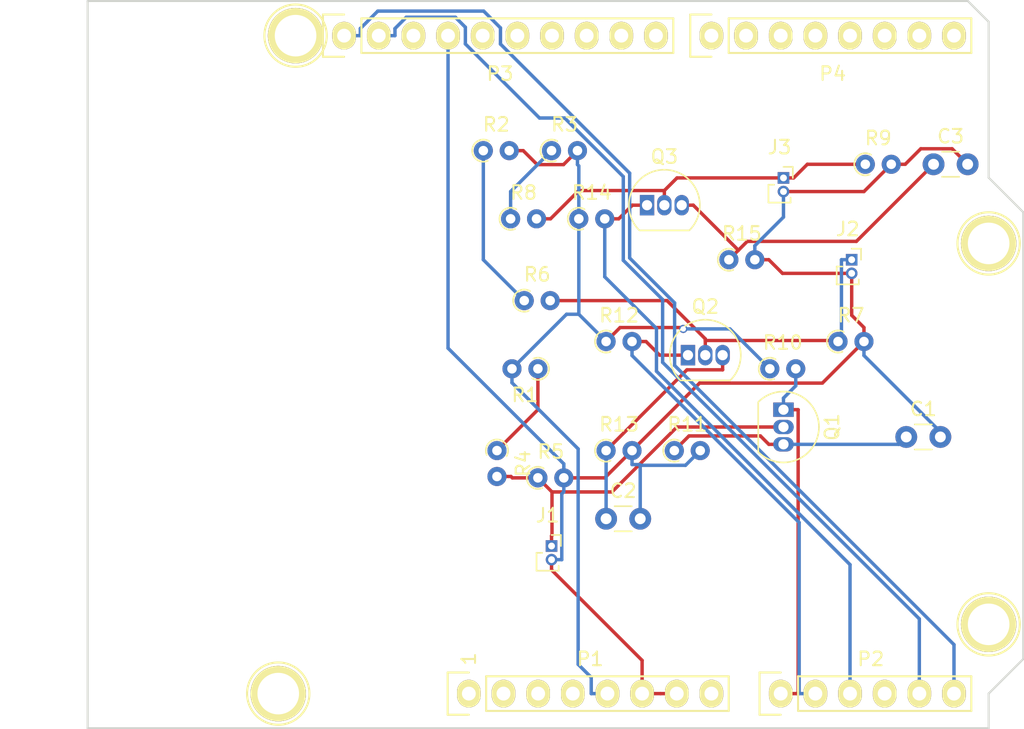
<source format=kicad_pcb>
(kicad_pcb (version 20171130) (host pcbnew "(5.1.8)-1")

  (general
    (thickness 1.6)
    (drawings 27)
    (tracks 162)
    (zones 0)
    (modules 32)
    (nets 42)
  )

  (page A4)
  (title_block
    (date "lun. 30 mars 2015")
  )

  (layers
    (0 F.Cu signal)
    (31 B.Cu signal)
    (32 B.Adhes user)
    (33 F.Adhes user)
    (34 B.Paste user)
    (35 F.Paste user)
    (36 B.SilkS user)
    (37 F.SilkS user)
    (38 B.Mask user)
    (39 F.Mask user)
    (40 Dwgs.User user)
    (41 Cmts.User user)
    (42 Eco1.User user)
    (43 Eco2.User user)
    (44 Edge.Cuts user)
    (45 Margin user)
    (46 B.CrtYd user)
    (47 F.CrtYd user)
    (48 B.Fab user)
    (49 F.Fab user)
  )

  (setup
    (last_trace_width 0.25)
    (trace_clearance 0.2)
    (zone_clearance 0.508)
    (zone_45_only no)
    (trace_min 0.2)
    (via_size 0.6)
    (via_drill 0.4)
    (via_min_size 0.4)
    (via_min_drill 0.3)
    (uvia_size 0.3)
    (uvia_drill 0.1)
    (uvias_allowed no)
    (uvia_min_size 0.2)
    (uvia_min_drill 0.1)
    (edge_width 0.15)
    (segment_width 0.15)
    (pcb_text_width 0.3)
    (pcb_text_size 1.5 1.5)
    (mod_edge_width 0.15)
    (mod_text_size 1 1)
    (mod_text_width 0.15)
    (pad_size 4.064 4.064)
    (pad_drill 3.048)
    (pad_to_mask_clearance 0)
    (aux_axis_origin 110.998 126.365)
    (grid_origin 110.998 126.365)
    (visible_elements 7FFFFFFF)
    (pcbplotparams
      (layerselection 0x00030_ffffffff)
      (usegerberextensions false)
      (usegerberattributes true)
      (usegerberadvancedattributes true)
      (creategerberjobfile true)
      (excludeedgelayer true)
      (linewidth 0.100000)
      (plotframeref false)
      (viasonmask false)
      (mode 1)
      (useauxorigin false)
      (hpglpennumber 1)
      (hpglpenspeed 20)
      (hpglpendiameter 15.000000)
      (psnegative false)
      (psa4output false)
      (plotreference true)
      (plotvalue true)
      (plotinvisibletext false)
      (padsonsilk false)
      (subtractmaskfromsilk false)
      (outputformat 1)
      (mirror false)
      (drillshape 0)
      (scaleselection 1)
      (outputdirectory "./"))
  )

  (net 0 "")
  (net 1 /IOREF)
  (net 2 /Reset)
  (net 3 +5V)
  (net 4 GND)
  (net 5 /Vin)
  (net 6 /A0)
  (net 7 /A1)
  (net 8 /A2)
  (net 9 /A3)
  (net 10 /AREF)
  (net 11 "/A4(SDA)")
  (net 12 "/A5(SCL)")
  (net 13 "/9(**)")
  (net 14 /8)
  (net 15 /7)
  (net 16 "/6(**)")
  (net 17 "/5(**)")
  (net 18 /4)
  (net 19 "/3(**)")
  (net 20 /2)
  (net 21 "/1(Tx)")
  (net 22 "/0(Rx)")
  (net 23 "Net-(P5-Pad1)")
  (net 24 "Net-(P6-Pad1)")
  (net 25 "Net-(P7-Pad1)")
  (net 26 "Net-(P8-Pad1)")
  (net 27 "/13(SCK)")
  (net 28 "/10(**/SS)")
  (net 29 "Net-(P1-Pad1)")
  (net 30 "/12(MISO)")
  (net 31 "/11(**/MOSI)")
  (net 32 "Net-(C1-Pad1)")
  (net 33 "Net-(P1-Pad4)")
  (net 34 "Net-(R1-Pad1)")
  (net 35 "Net-(C2-Pad1)")
  (net 36 "Net-(C3-Pad1)")
  (net 37 "Net-(J1-Pad1)")
  (net 38 "Net-(J2-Pad1)")
  (net 39 "Net-(J3-Pad1)")
  (net 40 "Net-(R2-Pad1)")
  (net 41 "Net-(R3-Pad1)")

  (net_class Default "This is the default net class."
    (clearance 0.2)
    (trace_width 0.25)
    (via_dia 0.6)
    (via_drill 0.4)
    (uvia_dia 0.3)
    (uvia_drill 0.1)
    (add_net +5V)
    (add_net "/0(Rx)")
    (add_net "/1(Tx)")
    (add_net "/10(**/SS)")
    (add_net "/11(**/MOSI)")
    (add_net "/12(MISO)")
    (add_net "/13(SCK)")
    (add_net /2)
    (add_net "/3(**)")
    (add_net /4)
    (add_net "/5(**)")
    (add_net "/6(**)")
    (add_net /7)
    (add_net /8)
    (add_net "/9(**)")
    (add_net /A0)
    (add_net /A1)
    (add_net /A2)
    (add_net /A3)
    (add_net "/A4(SDA)")
    (add_net "/A5(SCL)")
    (add_net /AREF)
    (add_net /IOREF)
    (add_net /Reset)
    (add_net /Vin)
    (add_net GND)
    (add_net "Net-(C1-Pad1)")
    (add_net "Net-(C2-Pad1)")
    (add_net "Net-(C3-Pad1)")
    (add_net "Net-(J1-Pad1)")
    (add_net "Net-(J2-Pad1)")
    (add_net "Net-(J3-Pad1)")
    (add_net "Net-(P1-Pad1)")
    (add_net "Net-(P1-Pad4)")
    (add_net "Net-(P5-Pad1)")
    (add_net "Net-(P6-Pad1)")
    (add_net "Net-(P7-Pad1)")
    (add_net "Net-(P8-Pad1)")
    (add_net "Net-(R1-Pad1)")
    (add_net "Net-(R2-Pad1)")
    (add_net "Net-(R3-Pad1)")
  )

  (module Resistor_THT:R_Axial_DIN0204_L3.6mm_D1.6mm_P1.90mm_Vertical placed (layer F.Cu) (tedit 5AE5139B) (tstamp 5FAC30D3)
    (at 158 92)
    (descr "Resistor, Axial_DIN0204 series, Axial, Vertical, pin pitch=1.9mm, 0.167W, length*diameter=3.6*1.6mm^2, http://cdn-reichelt.de/documents/datenblatt/B400/1_4W%23YAG.pdf")
    (tags "Resistor Axial_DIN0204 series Axial Vertical pin pitch 1.9mm 0.167W length 3.6mm diameter 1.6mm")
    (path /5FB0A43A)
    (fp_text reference R15 (at 0.95 -1.92) (layer F.SilkS)
      (effects (font (size 1 1) (thickness 0.15)))
    )
    (fp_text value 220 (at 0.95 1.92) (layer F.Fab)
      (effects (font (size 1 1) (thickness 0.15)))
    )
    (fp_line (start 2.86 -1.05) (end -1.05 -1.05) (layer F.CrtYd) (width 0.05))
    (fp_line (start 2.86 1.05) (end 2.86 -1.05) (layer F.CrtYd) (width 0.05))
    (fp_line (start -1.05 1.05) (end 2.86 1.05) (layer F.CrtYd) (width 0.05))
    (fp_line (start -1.05 -1.05) (end -1.05 1.05) (layer F.CrtYd) (width 0.05))
    (fp_line (start 0 0) (end 1.9 0) (layer F.Fab) (width 0.1))
    (fp_circle (center 0 0) (end 0.8 0) (layer F.Fab) (width 0.1))
    (fp_text user %R (at 0.95 -1.92) (layer F.Fab)
      (effects (font (size 1 1) (thickness 0.15)))
    )
    (fp_arc (start 0 0) (end 0.417133 -0.7) (angle -233.92106) (layer F.SilkS) (width 0.12))
    (pad 2 thru_hole oval (at 1.9 0) (size 1.4 1.4) (drill 0.7) (layers *.Cu *.Mask)
      (net 4 GND))
    (pad 1 thru_hole circle (at 0 0) (size 1.4 1.4) (drill 0.7) (layers *.Cu *.Mask)
      (net 36 "Net-(C3-Pad1)"))
    (model ${KISYS3DMOD}/Resistor_THT.3dshapes/R_Axial_DIN0204_L3.6mm_D1.6mm_P1.90mm_Vertical.wrl
      (at (xyz 0 0 0))
      (scale (xyz 1 1 1))
      (rotate (xyz 0 0 0))
    )
  )

  (module Resistor_THT:R_Axial_DIN0204_L3.6mm_D1.6mm_P1.90mm_Vertical placed (layer F.Cu) (tedit 5AE5139B) (tstamp 5FAC30C5)
    (at 147 89)
    (descr "Resistor, Axial_DIN0204 series, Axial, Vertical, pin pitch=1.9mm, 0.167W, length*diameter=3.6*1.6mm^2, http://cdn-reichelt.de/documents/datenblatt/B400/1_4W%23YAG.pdf")
    (tags "Resistor Axial_DIN0204 series Axial Vertical pin pitch 1.9mm 0.167W length 3.6mm diameter 1.6mm")
    (path /5FB0A440)
    (fp_text reference R14 (at 0.95 -1.92) (layer F.SilkS)
      (effects (font (size 1 1) (thickness 0.15)))
    )
    (fp_text value 220 (at 0.95 1.92) (layer F.Fab)
      (effects (font (size 1 1) (thickness 0.15)))
    )
    (fp_line (start 2.86 -1.05) (end -1.05 -1.05) (layer F.CrtYd) (width 0.05))
    (fp_line (start 2.86 1.05) (end 2.86 -1.05) (layer F.CrtYd) (width 0.05))
    (fp_line (start -1.05 1.05) (end 2.86 1.05) (layer F.CrtYd) (width 0.05))
    (fp_line (start -1.05 -1.05) (end -1.05 1.05) (layer F.CrtYd) (width 0.05))
    (fp_line (start 0 0) (end 1.9 0) (layer F.Fab) (width 0.1))
    (fp_circle (center 0 0) (end 0.8 0) (layer F.Fab) (width 0.1))
    (fp_text user %R (at 0.95 -1.92) (layer F.Fab)
      (effects (font (size 1 1) (thickness 0.15)))
    )
    (fp_arc (start 0 0) (end 0.417133 -0.7) (angle -233.92106) (layer F.SilkS) (width 0.12))
    (pad 2 thru_hole oval (at 1.9 0) (size 1.4 1.4) (drill 0.7) (layers *.Cu *.Mask)
      (net 8 /A2))
    (pad 1 thru_hole circle (at 0 0) (size 1.4 1.4) (drill 0.7) (layers *.Cu *.Mask)
      (net 3 +5V))
    (model ${KISYS3DMOD}/Resistor_THT.3dshapes/R_Axial_DIN0204_L3.6mm_D1.6mm_P1.90mm_Vertical.wrl
      (at (xyz 0 0 0))
      (scale (xyz 1 1 1))
      (rotate (xyz 0 0 0))
    )
  )

  (module Resistor_THT:R_Axial_DIN0204_L3.6mm_D1.6mm_P1.90mm_Vertical placed (layer F.Cu) (tedit 5AE5139B) (tstamp 5FAC30B7)
    (at 149 106)
    (descr "Resistor, Axial_DIN0204 series, Axial, Vertical, pin pitch=1.9mm, 0.167W, length*diameter=3.6*1.6mm^2, http://cdn-reichelt.de/documents/datenblatt/B400/1_4W%23YAG.pdf")
    (tags "Resistor Axial_DIN0204 series Axial Vertical pin pitch 1.9mm 0.167W length 3.6mm diameter 1.6mm")
    (path /5FB05C2A)
    (fp_text reference R13 (at 0.95 -1.92) (layer F.SilkS)
      (effects (font (size 1 1) (thickness 0.15)))
    )
    (fp_text value 220 (at 0.95 1.92) (layer F.Fab)
      (effects (font (size 1 1) (thickness 0.15)))
    )
    (fp_line (start 2.86 -1.05) (end -1.05 -1.05) (layer F.CrtYd) (width 0.05))
    (fp_line (start 2.86 1.05) (end 2.86 -1.05) (layer F.CrtYd) (width 0.05))
    (fp_line (start -1.05 1.05) (end 2.86 1.05) (layer F.CrtYd) (width 0.05))
    (fp_line (start -1.05 -1.05) (end -1.05 1.05) (layer F.CrtYd) (width 0.05))
    (fp_line (start 0 0) (end 1.9 0) (layer F.Fab) (width 0.1))
    (fp_circle (center 0 0) (end 0.8 0) (layer F.Fab) (width 0.1))
    (fp_text user %R (at 0.95 -1.92) (layer F.Fab)
      (effects (font (size 1 1) (thickness 0.15)))
    )
    (fp_arc (start 0 0) (end 0.417133 -0.7) (angle -233.92106) (layer F.SilkS) (width 0.12))
    (pad 2 thru_hole oval (at 1.9 0) (size 1.4 1.4) (drill 0.7) (layers *.Cu *.Mask)
      (net 4 GND))
    (pad 1 thru_hole circle (at 0 0) (size 1.4 1.4) (drill 0.7) (layers *.Cu *.Mask)
      (net 35 "Net-(C2-Pad1)"))
    (model ${KISYS3DMOD}/Resistor_THT.3dshapes/R_Axial_DIN0204_L3.6mm_D1.6mm_P1.90mm_Vertical.wrl
      (at (xyz 0 0 0))
      (scale (xyz 1 1 1))
      (rotate (xyz 0 0 0))
    )
  )

  (module Resistor_THT:R_Axial_DIN0204_L3.6mm_D1.6mm_P1.90mm_Vertical placed (layer F.Cu) (tedit 5AE5139B) (tstamp 5FAC30A9)
    (at 149 98)
    (descr "Resistor, Axial_DIN0204 series, Axial, Vertical, pin pitch=1.9mm, 0.167W, length*diameter=3.6*1.6mm^2, http://cdn-reichelt.de/documents/datenblatt/B400/1_4W%23YAG.pdf")
    (tags "Resistor Axial_DIN0204 series Axial Vertical pin pitch 1.9mm 0.167W length 3.6mm diameter 1.6mm")
    (path /5FB05C30)
    (fp_text reference R12 (at 0.95 -1.92) (layer F.SilkS)
      (effects (font (size 1 1) (thickness 0.15)))
    )
    (fp_text value 220 (at 0.95 1.92) (layer F.Fab)
      (effects (font (size 1 1) (thickness 0.15)))
    )
    (fp_line (start 2.86 -1.05) (end -1.05 -1.05) (layer F.CrtYd) (width 0.05))
    (fp_line (start 2.86 1.05) (end 2.86 -1.05) (layer F.CrtYd) (width 0.05))
    (fp_line (start -1.05 1.05) (end 2.86 1.05) (layer F.CrtYd) (width 0.05))
    (fp_line (start -1.05 -1.05) (end -1.05 1.05) (layer F.CrtYd) (width 0.05))
    (fp_line (start 0 0) (end 1.9 0) (layer F.Fab) (width 0.1))
    (fp_circle (center 0 0) (end 0.8 0) (layer F.Fab) (width 0.1))
    (fp_text user %R (at 0.95 -1.92) (layer F.Fab)
      (effects (font (size 1 1) (thickness 0.15)))
    )
    (fp_arc (start 0 0) (end 0.417133 -0.7) (angle -233.92106) (layer F.SilkS) (width 0.12))
    (pad 2 thru_hole oval (at 1.9 0) (size 1.4 1.4) (drill 0.7) (layers *.Cu *.Mask)
      (net 7 /A1))
    (pad 1 thru_hole circle (at 0 0) (size 1.4 1.4) (drill 0.7) (layers *.Cu *.Mask)
      (net 3 +5V))
    (model ${KISYS3DMOD}/Resistor_THT.3dshapes/R_Axial_DIN0204_L3.6mm_D1.6mm_P1.90mm_Vertical.wrl
      (at (xyz 0 0 0))
      (scale (xyz 1 1 1))
      (rotate (xyz 0 0 0))
    )
  )

  (module Resistor_THT:R_Axial_DIN0204_L3.6mm_D1.6mm_P1.90mm_Vertical placed (layer F.Cu) (tedit 5AE5139B) (tstamp 5FAC309B)
    (at 154 106)
    (descr "Resistor, Axial_DIN0204 series, Axial, Vertical, pin pitch=1.9mm, 0.167W, length*diameter=3.6*1.6mm^2, http://cdn-reichelt.de/documents/datenblatt/B400/1_4W%23YAG.pdf")
    (tags "Resistor Axial_DIN0204 series Axial Vertical pin pitch 1.9mm 0.167W length 3.6mm diameter 1.6mm")
    (path /5FA81F0E)
    (fp_text reference R11 (at 0.95 -1.92) (layer F.SilkS)
      (effects (font (size 1 1) (thickness 0.15)))
    )
    (fp_text value 220 (at 0.95 1.92) (layer F.Fab)
      (effects (font (size 1 1) (thickness 0.15)))
    )
    (fp_line (start 2.86 -1.05) (end -1.05 -1.05) (layer F.CrtYd) (width 0.05))
    (fp_line (start 2.86 1.05) (end 2.86 -1.05) (layer F.CrtYd) (width 0.05))
    (fp_line (start -1.05 1.05) (end 2.86 1.05) (layer F.CrtYd) (width 0.05))
    (fp_line (start -1.05 -1.05) (end -1.05 1.05) (layer F.CrtYd) (width 0.05))
    (fp_line (start 0 0) (end 1.9 0) (layer F.Fab) (width 0.1))
    (fp_circle (center 0 0) (end 0.8 0) (layer F.Fab) (width 0.1))
    (fp_text user %R (at 0.95 -1.92) (layer F.Fab)
      (effects (font (size 1 1) (thickness 0.15)))
    )
    (fp_arc (start 0 0) (end 0.417133 -0.7) (angle -233.92106) (layer F.SilkS) (width 0.12))
    (pad 2 thru_hole oval (at 1.9 0) (size 1.4 1.4) (drill 0.7) (layers *.Cu *.Mask)
      (net 4 GND))
    (pad 1 thru_hole circle (at 0 0) (size 1.4 1.4) (drill 0.7) (layers *.Cu *.Mask)
      (net 32 "Net-(C1-Pad1)"))
    (model ${KISYS3DMOD}/Resistor_THT.3dshapes/R_Axial_DIN0204_L3.6mm_D1.6mm_P1.90mm_Vertical.wrl
      (at (xyz 0 0 0))
      (scale (xyz 1 1 1))
      (rotate (xyz 0 0 0))
    )
  )

  (module Resistor_THT:R_Axial_DIN0204_L3.6mm_D1.6mm_P1.90mm_Vertical placed (layer F.Cu) (tedit 5AE5139B) (tstamp 5FAC308D)
    (at 161 100)
    (descr "Resistor, Axial_DIN0204 series, Axial, Vertical, pin pitch=1.9mm, 0.167W, length*diameter=3.6*1.6mm^2, http://cdn-reichelt.de/documents/datenblatt/B400/1_4W%23YAG.pdf")
    (tags "Resistor Axial_DIN0204 series Axial Vertical pin pitch 1.9mm 0.167W length 3.6mm diameter 1.6mm")
    (path /5FA82632)
    (fp_text reference R10 (at 0.95 -1.92) (layer F.SilkS)
      (effects (font (size 1 1) (thickness 0.15)))
    )
    (fp_text value 220 (at 0.95 1.92) (layer F.Fab)
      (effects (font (size 1 1) (thickness 0.15)))
    )
    (fp_line (start 2.86 -1.05) (end -1.05 -1.05) (layer F.CrtYd) (width 0.05))
    (fp_line (start 2.86 1.05) (end 2.86 -1.05) (layer F.CrtYd) (width 0.05))
    (fp_line (start -1.05 1.05) (end 2.86 1.05) (layer F.CrtYd) (width 0.05))
    (fp_line (start -1.05 -1.05) (end -1.05 1.05) (layer F.CrtYd) (width 0.05))
    (fp_line (start 0 0) (end 1.9 0) (layer F.Fab) (width 0.1))
    (fp_circle (center 0 0) (end 0.8 0) (layer F.Fab) (width 0.1))
    (fp_text user %R (at 0.95 -1.92) (layer F.Fab)
      (effects (font (size 1 1) (thickness 0.15)))
    )
    (fp_arc (start 0 0) (end 0.417133 -0.7) (angle -233.92106) (layer F.SilkS) (width 0.12))
    (pad 2 thru_hole oval (at 1.9 0) (size 1.4 1.4) (drill 0.7) (layers *.Cu *.Mask)
      (net 6 /A0))
    (pad 1 thru_hole circle (at 0 0) (size 1.4 1.4) (drill 0.7) (layers *.Cu *.Mask)
      (net 3 +5V))
    (model ${KISYS3DMOD}/Resistor_THT.3dshapes/R_Axial_DIN0204_L3.6mm_D1.6mm_P1.90mm_Vertical.wrl
      (at (xyz 0 0 0))
      (scale (xyz 1 1 1))
      (rotate (xyz 0 0 0))
    )
  )

  (module Resistor_THT:R_Axial_DIN0204_L3.6mm_D1.6mm_P1.90mm_Vertical placed (layer F.Cu) (tedit 5AE5139B) (tstamp 5FAC307F)
    (at 168 85)
    (descr "Resistor, Axial_DIN0204 series, Axial, Vertical, pin pitch=1.9mm, 0.167W, length*diameter=3.6*1.6mm^2, http://cdn-reichelt.de/documents/datenblatt/B400/1_4W%23YAG.pdf")
    (tags "Resistor Axial_DIN0204 series Axial Vertical pin pitch 1.9mm 0.167W length 3.6mm diameter 1.6mm")
    (path /5FB0A434)
    (fp_text reference R9 (at 0.95 -1.92) (layer F.SilkS)
      (effects (font (size 1 1) (thickness 0.15)))
    )
    (fp_text value 10K (at 0.95 1.92) (layer F.Fab)
      (effects (font (size 1 1) (thickness 0.15)))
    )
    (fp_line (start 2.86 -1.05) (end -1.05 -1.05) (layer F.CrtYd) (width 0.05))
    (fp_line (start 2.86 1.05) (end 2.86 -1.05) (layer F.CrtYd) (width 0.05))
    (fp_line (start -1.05 1.05) (end 2.86 1.05) (layer F.CrtYd) (width 0.05))
    (fp_line (start -1.05 -1.05) (end -1.05 1.05) (layer F.CrtYd) (width 0.05))
    (fp_line (start 0 0) (end 1.9 0) (layer F.Fab) (width 0.1))
    (fp_circle (center 0 0) (end 0.8 0) (layer F.Fab) (width 0.1))
    (fp_text user %R (at 0.95 -1.92) (layer F.Fab)
      (effects (font (size 1 1) (thickness 0.15)))
    )
    (fp_arc (start 0 0) (end 0.417133 -0.7) (angle -233.92106) (layer F.SilkS) (width 0.12))
    (pad 2 thru_hole oval (at 1.9 0) (size 1.4 1.4) (drill 0.7) (layers *.Cu *.Mask)
      (net 4 GND))
    (pad 1 thru_hole circle (at 0 0) (size 1.4 1.4) (drill 0.7) (layers *.Cu *.Mask)
      (net 39 "Net-(J3-Pad1)"))
    (model ${KISYS3DMOD}/Resistor_THT.3dshapes/R_Axial_DIN0204_L3.6mm_D1.6mm_P1.90mm_Vertical.wrl
      (at (xyz 0 0 0))
      (scale (xyz 1 1 1))
      (rotate (xyz 0 0 0))
    )
  )

  (module Resistor_THT:R_Axial_DIN0204_L3.6mm_D1.6mm_P1.90mm_Vertical placed (layer F.Cu) (tedit 5AE5139B) (tstamp 5FAC3071)
    (at 142 89)
    (descr "Resistor, Axial_DIN0204 series, Axial, Vertical, pin pitch=1.9mm, 0.167W, length*diameter=3.6*1.6mm^2, http://cdn-reichelt.de/documents/datenblatt/B400/1_4W%23YAG.pdf")
    (tags "Resistor Axial_DIN0204 series Axial Vertical pin pitch 1.9mm 0.167W length 3.6mm diameter 1.6mm")
    (path /5FB0A46B)
    (fp_text reference R8 (at 0.95 -1.92) (layer F.SilkS)
      (effects (font (size 1 1) (thickness 0.15)))
    )
    (fp_text value 5.1K (at 0.95 1.92) (layer F.Fab)
      (effects (font (size 1 1) (thickness 0.15)))
    )
    (fp_line (start 2.86 -1.05) (end -1.05 -1.05) (layer F.CrtYd) (width 0.05))
    (fp_line (start 2.86 1.05) (end 2.86 -1.05) (layer F.CrtYd) (width 0.05))
    (fp_line (start -1.05 1.05) (end 2.86 1.05) (layer F.CrtYd) (width 0.05))
    (fp_line (start -1.05 -1.05) (end -1.05 1.05) (layer F.CrtYd) (width 0.05))
    (fp_line (start 0 0) (end 1.9 0) (layer F.Fab) (width 0.1))
    (fp_circle (center 0 0) (end 0.8 0) (layer F.Fab) (width 0.1))
    (fp_text user %R (at 0.95 -1.92) (layer F.Fab)
      (effects (font (size 1 1) (thickness 0.15)))
    )
    (fp_arc (start 0 0) (end 0.417133 -0.7) (angle -233.92106) (layer F.SilkS) (width 0.12))
    (pad 2 thru_hole oval (at 1.9 0) (size 1.4 1.4) (drill 0.7) (layers *.Cu *.Mask)
      (net 39 "Net-(J3-Pad1)"))
    (pad 1 thru_hole circle (at 0 0) (size 1.4 1.4) (drill 0.7) (layers *.Cu *.Mask)
      (net 41 "Net-(R3-Pad1)"))
    (model ${KISYS3DMOD}/Resistor_THT.3dshapes/R_Axial_DIN0204_L3.6mm_D1.6mm_P1.90mm_Vertical.wrl
      (at (xyz 0 0 0))
      (scale (xyz 1 1 1))
      (rotate (xyz 0 0 0))
    )
  )

  (module Resistor_THT:R_Axial_DIN0204_L3.6mm_D1.6mm_P1.90mm_Vertical placed (layer F.Cu) (tedit 5AE5139B) (tstamp 5FAC3063)
    (at 166 98)
    (descr "Resistor, Axial_DIN0204 series, Axial, Vertical, pin pitch=1.9mm, 0.167W, length*diameter=3.6*1.6mm^2, http://cdn-reichelt.de/documents/datenblatt/B400/1_4W%23YAG.pdf")
    (tags "Resistor Axial_DIN0204 series Axial Vertical pin pitch 1.9mm 0.167W length 3.6mm diameter 1.6mm")
    (path /5FB05C24)
    (fp_text reference R7 (at 0.95 -1.92) (layer F.SilkS)
      (effects (font (size 1 1) (thickness 0.15)))
    )
    (fp_text value 10K (at 0.95 1.92) (layer F.Fab)
      (effects (font (size 1 1) (thickness 0.15)))
    )
    (fp_line (start 2.86 -1.05) (end -1.05 -1.05) (layer F.CrtYd) (width 0.05))
    (fp_line (start 2.86 1.05) (end 2.86 -1.05) (layer F.CrtYd) (width 0.05))
    (fp_line (start -1.05 1.05) (end 2.86 1.05) (layer F.CrtYd) (width 0.05))
    (fp_line (start -1.05 -1.05) (end -1.05 1.05) (layer F.CrtYd) (width 0.05))
    (fp_line (start 0 0) (end 1.9 0) (layer F.Fab) (width 0.1))
    (fp_circle (center 0 0) (end 0.8 0) (layer F.Fab) (width 0.1))
    (fp_text user %R (at 0.95 -1.92) (layer F.Fab)
      (effects (font (size 1 1) (thickness 0.15)))
    )
    (fp_arc (start 0 0) (end 0.417133 -0.7) (angle -233.92106) (layer F.SilkS) (width 0.12))
    (pad 2 thru_hole oval (at 1.9 0) (size 1.4 1.4) (drill 0.7) (layers *.Cu *.Mask)
      (net 4 GND))
    (pad 1 thru_hole circle (at 0 0) (size 1.4 1.4) (drill 0.7) (layers *.Cu *.Mask)
      (net 38 "Net-(J2-Pad1)"))
    (model ${KISYS3DMOD}/Resistor_THT.3dshapes/R_Axial_DIN0204_L3.6mm_D1.6mm_P1.90mm_Vertical.wrl
      (at (xyz 0 0 0))
      (scale (xyz 1 1 1))
      (rotate (xyz 0 0 0))
    )
  )

  (module Resistor_THT:R_Axial_DIN0204_L3.6mm_D1.6mm_P1.90mm_Vertical placed (layer F.Cu) (tedit 5AE5139B) (tstamp 5FAC3055)
    (at 143 95)
    (descr "Resistor, Axial_DIN0204 series, Axial, Vertical, pin pitch=1.9mm, 0.167W, length*diameter=3.6*1.6mm^2, http://cdn-reichelt.de/documents/datenblatt/B400/1_4W%23YAG.pdf")
    (tags "Resistor Axial_DIN0204 series Axial Vertical pin pitch 1.9mm 0.167W length 3.6mm diameter 1.6mm")
    (path /5FB05C5B)
    (fp_text reference R6 (at 0.95 -1.92) (layer F.SilkS)
      (effects (font (size 1 1) (thickness 0.15)))
    )
    (fp_text value 5.1K (at 0.95 1.92) (layer F.Fab)
      (effects (font (size 1 1) (thickness 0.15)))
    )
    (fp_line (start 2.86 -1.05) (end -1.05 -1.05) (layer F.CrtYd) (width 0.05))
    (fp_line (start 2.86 1.05) (end 2.86 -1.05) (layer F.CrtYd) (width 0.05))
    (fp_line (start -1.05 1.05) (end 2.86 1.05) (layer F.CrtYd) (width 0.05))
    (fp_line (start -1.05 -1.05) (end -1.05 1.05) (layer F.CrtYd) (width 0.05))
    (fp_line (start 0 0) (end 1.9 0) (layer F.Fab) (width 0.1))
    (fp_circle (center 0 0) (end 0.8 0) (layer F.Fab) (width 0.1))
    (fp_text user %R (at 0.95 -1.92) (layer F.Fab)
      (effects (font (size 1 1) (thickness 0.15)))
    )
    (fp_arc (start 0 0) (end 0.417133 -0.7) (angle -233.92106) (layer F.SilkS) (width 0.12))
    (pad 2 thru_hole oval (at 1.9 0) (size 1.4 1.4) (drill 0.7) (layers *.Cu *.Mask)
      (net 38 "Net-(J2-Pad1)"))
    (pad 1 thru_hole circle (at 0 0) (size 1.4 1.4) (drill 0.7) (layers *.Cu *.Mask)
      (net 40 "Net-(R2-Pad1)"))
    (model ${KISYS3DMOD}/Resistor_THT.3dshapes/R_Axial_DIN0204_L3.6mm_D1.6mm_P1.90mm_Vertical.wrl
      (at (xyz 0 0 0))
      (scale (xyz 1 1 1))
      (rotate (xyz 0 0 0))
    )
  )

  (module Package_TO_SOT_THT:TO-92_Inline placed (layer F.Cu) (tedit 5A1DD157) (tstamp 5FAC2FF9)
    (at 152 88)
    (descr "TO-92 leads in-line, narrow, oval pads, drill 0.75mm (see NXP sot054_po.pdf)")
    (tags "to-92 sc-43 sc-43a sot54 PA33 transistor")
    (path /5FB0A446)
    (fp_text reference Q3 (at 1.27 -3.56) (layer F.SilkS)
      (effects (font (size 1 1) (thickness 0.15)))
    )
    (fp_text value BC547 (at 1.27 2.79) (layer F.Fab)
      (effects (font (size 1 1) (thickness 0.15)))
    )
    (fp_line (start 4 2.01) (end -1.46 2.01) (layer F.CrtYd) (width 0.05))
    (fp_line (start 4 2.01) (end 4 -2.73) (layer F.CrtYd) (width 0.05))
    (fp_line (start -1.46 -2.73) (end -1.46 2.01) (layer F.CrtYd) (width 0.05))
    (fp_line (start -1.46 -2.73) (end 4 -2.73) (layer F.CrtYd) (width 0.05))
    (fp_line (start -0.5 1.75) (end 3 1.75) (layer F.Fab) (width 0.1))
    (fp_line (start -0.53 1.85) (end 3.07 1.85) (layer F.SilkS) (width 0.12))
    (fp_arc (start 1.27 0) (end 1.27 -2.6) (angle 135) (layer F.SilkS) (width 0.12))
    (fp_arc (start 1.27 0) (end 1.27 -2.48) (angle -135) (layer F.Fab) (width 0.1))
    (fp_arc (start 1.27 0) (end 1.27 -2.6) (angle -135) (layer F.SilkS) (width 0.12))
    (fp_arc (start 1.27 0) (end 1.27 -2.48) (angle 135) (layer F.Fab) (width 0.1))
    (fp_text user %R (at 1.27 0) (layer F.Fab)
      (effects (font (size 1 1) (thickness 0.15)))
    )
    (pad 1 thru_hole rect (at 0 0) (size 1.05 1.5) (drill 0.75) (layers *.Cu *.Mask)
      (net 8 /A2))
    (pad 3 thru_hole oval (at 2.54 0) (size 1.05 1.5) (drill 0.75) (layers *.Cu *.Mask)
      (net 36 "Net-(C3-Pad1)"))
    (pad 2 thru_hole oval (at 1.27 0) (size 1.05 1.5) (drill 0.75) (layers *.Cu *.Mask)
      (net 39 "Net-(J3-Pad1)"))
    (model ${KISYS3DMOD}/Package_TO_SOT_THT.3dshapes/TO-92_Inline.wrl
      (at (xyz 0 0 0))
      (scale (xyz 1 1 1))
      (rotate (xyz 0 0 0))
    )
  )

  (module Package_TO_SOT_THT:TO-92_Inline placed (layer F.Cu) (tedit 5A1DD157) (tstamp 5FAC2FE7)
    (at 155 99)
    (descr "TO-92 leads in-line, narrow, oval pads, drill 0.75mm (see NXP sot054_po.pdf)")
    (tags "to-92 sc-43 sc-43a sot54 PA33 transistor")
    (path /5FB05C36)
    (fp_text reference Q2 (at 1.27 -3.56) (layer F.SilkS)
      (effects (font (size 1 1) (thickness 0.15)))
    )
    (fp_text value BC547 (at 1.27 2.79) (layer F.Fab)
      (effects (font (size 1 1) (thickness 0.15)))
    )
    (fp_line (start 4 2.01) (end -1.46 2.01) (layer F.CrtYd) (width 0.05))
    (fp_line (start 4 2.01) (end 4 -2.73) (layer F.CrtYd) (width 0.05))
    (fp_line (start -1.46 -2.73) (end -1.46 2.01) (layer F.CrtYd) (width 0.05))
    (fp_line (start -1.46 -2.73) (end 4 -2.73) (layer F.CrtYd) (width 0.05))
    (fp_line (start -0.5 1.75) (end 3 1.75) (layer F.Fab) (width 0.1))
    (fp_line (start -0.53 1.85) (end 3.07 1.85) (layer F.SilkS) (width 0.12))
    (fp_arc (start 1.27 0) (end 1.27 -2.6) (angle 135) (layer F.SilkS) (width 0.12))
    (fp_arc (start 1.27 0) (end 1.27 -2.48) (angle -135) (layer F.Fab) (width 0.1))
    (fp_arc (start 1.27 0) (end 1.27 -2.6) (angle -135) (layer F.SilkS) (width 0.12))
    (fp_arc (start 1.27 0) (end 1.27 -2.48) (angle 135) (layer F.Fab) (width 0.1))
    (fp_text user %R (at 1.27 0) (layer F.Fab)
      (effects (font (size 1 1) (thickness 0.15)))
    )
    (pad 1 thru_hole rect (at 0 0) (size 1.05 1.5) (drill 0.75) (layers *.Cu *.Mask)
      (net 7 /A1))
    (pad 3 thru_hole oval (at 2.54 0) (size 1.05 1.5) (drill 0.75) (layers *.Cu *.Mask)
      (net 35 "Net-(C2-Pad1)"))
    (pad 2 thru_hole oval (at 1.27 0) (size 1.05 1.5) (drill 0.75) (layers *.Cu *.Mask)
      (net 38 "Net-(J2-Pad1)"))
    (model ${KISYS3DMOD}/Package_TO_SOT_THT.3dshapes/TO-92_Inline.wrl
      (at (xyz 0 0 0))
      (scale (xyz 1 1 1))
      (rotate (xyz 0 0 0))
    )
  )

  (module Connector_PinSocket_1.00mm:PinSocket_1x02_P1.00mm_Vertical placed (layer F.Cu) (tedit 5A19A428) (tstamp 5FAC2EDB)
    (at 162 86)
    (descr "Through hole straight socket strip, 1x02, 1.00mm pitch, single row (https://gct.co/files/drawings/bc065.pdf), script generated")
    (tags "Through hole socket strip THT 1x02 1.00mm single row")
    (path /5FB0A489)
    (fp_text reference J3 (at -0.29 -2.25) (layer F.SilkS)
      (effects (font (size 1 1) (thickness 0.15)))
    )
    (fp_text value MIC_SOCKET (at -0.29 3.25) (layer F.Fab)
      (effects (font (size 1 1) (thickness 0.15)))
    )
    (fp_line (start -1.54 2.25) (end -1.54 -1.25) (layer F.CrtYd) (width 0.05))
    (fp_line (start 0.96 2.25) (end -1.54 2.25) (layer F.CrtYd) (width 0.05))
    (fp_line (start 0.96 -1.25) (end 0.96 2.25) (layer F.CrtYd) (width 0.05))
    (fp_line (start -1.54 -1.25) (end 0.96 -1.25) (layer F.CrtYd) (width 0.05))
    (fp_line (start 0 -0.81) (end 0.685 -0.81) (layer F.SilkS) (width 0.12))
    (fp_line (start 0.685 -0.81) (end 0.685 0) (layer F.SilkS) (width 0.12))
    (fp_line (start 0.52 1.445898) (end 0.52 1.81) (layer F.SilkS) (width 0.12))
    (fp_line (start -1.1 1.81) (end 0.52 1.81) (layer F.SilkS) (width 0.12))
    (fp_line (start -1.1 0.5) (end -1.1 1.81) (layer F.SilkS) (width 0.12))
    (fp_line (start -1.1 0.5) (end -0.685 0.5) (layer F.SilkS) (width 0.12))
    (fp_line (start -1.04 1.75) (end -1.04 -0.75) (layer F.Fab) (width 0.1))
    (fp_line (start 0.46 1.75) (end -1.04 1.75) (layer F.Fab) (width 0.1))
    (fp_line (start 0.46 -0.375) (end 0.46 1.75) (layer F.Fab) (width 0.1))
    (fp_line (start 0.085 -0.75) (end 0.46 -0.375) (layer F.Fab) (width 0.1))
    (fp_line (start -1.04 -0.75) (end 0.085 -0.75) (layer F.Fab) (width 0.1))
    (fp_text user %R (at -0.29 0.5 90) (layer F.Fab)
      (effects (font (size 0.9 0.9) (thickness 0.14)))
    )
    (pad 2 thru_hole oval (at 0 1) (size 0.85 0.85) (drill 0.5) (layers *.Cu *.Mask)
      (net 4 GND))
    (pad 1 thru_hole rect (at 0 0) (size 0.85 0.85) (drill 0.5) (layers *.Cu *.Mask)
      (net 39 "Net-(J3-Pad1)"))
    (model ${KISYS3DMOD}/Connector_PinSocket_1.00mm.3dshapes/PinSocket_1x02_P1.00mm_Vertical.wrl
      (at (xyz 0 0 0))
      (scale (xyz 1 1 1))
      (rotate (xyz 0 0 0))
    )
  )

  (module Connector_PinSocket_1.00mm:PinSocket_1x02_P1.00mm_Vertical placed (layer F.Cu) (tedit 5A19A428) (tstamp 5FAC2EC5)
    (at 167 92)
    (descr "Through hole straight socket strip, 1x02, 1.00mm pitch, single row (https://gct.co/files/drawings/bc065.pdf), script generated")
    (tags "Through hole socket strip THT 1x02 1.00mm single row")
    (path /5FB05C79)
    (fp_text reference J2 (at -0.29 -2.25) (layer F.SilkS)
      (effects (font (size 1 1) (thickness 0.15)))
    )
    (fp_text value MIC_SOCKET (at -0.29 3.25) (layer F.Fab)
      (effects (font (size 1 1) (thickness 0.15)))
    )
    (fp_line (start -1.54 2.25) (end -1.54 -1.25) (layer F.CrtYd) (width 0.05))
    (fp_line (start 0.96 2.25) (end -1.54 2.25) (layer F.CrtYd) (width 0.05))
    (fp_line (start 0.96 -1.25) (end 0.96 2.25) (layer F.CrtYd) (width 0.05))
    (fp_line (start -1.54 -1.25) (end 0.96 -1.25) (layer F.CrtYd) (width 0.05))
    (fp_line (start 0 -0.81) (end 0.685 -0.81) (layer F.SilkS) (width 0.12))
    (fp_line (start 0.685 -0.81) (end 0.685 0) (layer F.SilkS) (width 0.12))
    (fp_line (start 0.52 1.445898) (end 0.52 1.81) (layer F.SilkS) (width 0.12))
    (fp_line (start -1.1 1.81) (end 0.52 1.81) (layer F.SilkS) (width 0.12))
    (fp_line (start -1.1 0.5) (end -1.1 1.81) (layer F.SilkS) (width 0.12))
    (fp_line (start -1.1 0.5) (end -0.685 0.5) (layer F.SilkS) (width 0.12))
    (fp_line (start -1.04 1.75) (end -1.04 -0.75) (layer F.Fab) (width 0.1))
    (fp_line (start 0.46 1.75) (end -1.04 1.75) (layer F.Fab) (width 0.1))
    (fp_line (start 0.46 -0.375) (end 0.46 1.75) (layer F.Fab) (width 0.1))
    (fp_line (start 0.085 -0.75) (end 0.46 -0.375) (layer F.Fab) (width 0.1))
    (fp_line (start -1.04 -0.75) (end 0.085 -0.75) (layer F.Fab) (width 0.1))
    (fp_text user %R (at -0.29 0.5 90) (layer F.Fab)
      (effects (font (size 0.9 0.9) (thickness 0.14)))
    )
    (pad 2 thru_hole oval (at 0 1) (size 0.85 0.85) (drill 0.5) (layers *.Cu *.Mask)
      (net 4 GND))
    (pad 1 thru_hole rect (at 0 0) (size 0.85 0.85) (drill 0.5) (layers *.Cu *.Mask)
      (net 38 "Net-(J2-Pad1)"))
    (model ${KISYS3DMOD}/Connector_PinSocket_1.00mm.3dshapes/PinSocket_1x02_P1.00mm_Vertical.wrl
      (at (xyz 0 0 0))
      (scale (xyz 1 1 1))
      (rotate (xyz 0 0 0))
    )
  )

  (module Connector_PinSocket_1.00mm:PinSocket_1x02_P1.00mm_Vertical placed (layer F.Cu) (tedit 5A19A428) (tstamp 5FAC2EAF)
    (at 145 113)
    (descr "Through hole straight socket strip, 1x02, 1.00mm pitch, single row (https://gct.co/files/drawings/bc065.pdf), script generated")
    (tags "Through hole socket strip THT 1x02 1.00mm single row")
    (path /5FAF7AD6)
    (fp_text reference J1 (at -0.29 -2.25) (layer F.SilkS)
      (effects (font (size 1 1) (thickness 0.15)))
    )
    (fp_text value MIC_SOCKET (at -0.29 3.25) (layer F.Fab)
      (effects (font (size 1 1) (thickness 0.15)))
    )
    (fp_line (start -1.54 2.25) (end -1.54 -1.25) (layer F.CrtYd) (width 0.05))
    (fp_line (start 0.96 2.25) (end -1.54 2.25) (layer F.CrtYd) (width 0.05))
    (fp_line (start 0.96 -1.25) (end 0.96 2.25) (layer F.CrtYd) (width 0.05))
    (fp_line (start -1.54 -1.25) (end 0.96 -1.25) (layer F.CrtYd) (width 0.05))
    (fp_line (start 0 -0.81) (end 0.685 -0.81) (layer F.SilkS) (width 0.12))
    (fp_line (start 0.685 -0.81) (end 0.685 0) (layer F.SilkS) (width 0.12))
    (fp_line (start 0.52 1.445898) (end 0.52 1.81) (layer F.SilkS) (width 0.12))
    (fp_line (start -1.1 1.81) (end 0.52 1.81) (layer F.SilkS) (width 0.12))
    (fp_line (start -1.1 0.5) (end -1.1 1.81) (layer F.SilkS) (width 0.12))
    (fp_line (start -1.1 0.5) (end -0.685 0.5) (layer F.SilkS) (width 0.12))
    (fp_line (start -1.04 1.75) (end -1.04 -0.75) (layer F.Fab) (width 0.1))
    (fp_line (start 0.46 1.75) (end -1.04 1.75) (layer F.Fab) (width 0.1))
    (fp_line (start 0.46 -0.375) (end 0.46 1.75) (layer F.Fab) (width 0.1))
    (fp_line (start 0.085 -0.75) (end 0.46 -0.375) (layer F.Fab) (width 0.1))
    (fp_line (start -1.04 -0.75) (end 0.085 -0.75) (layer F.Fab) (width 0.1))
    (fp_text user %R (at -0.29 0.5 90) (layer F.Fab)
      (effects (font (size 0.9 0.9) (thickness 0.14)))
    )
    (pad 2 thru_hole oval (at 0 1) (size 0.85 0.85) (drill 0.5) (layers *.Cu *.Mask)
      (net 4 GND))
    (pad 1 thru_hole rect (at 0 0) (size 0.85 0.85) (drill 0.5) (layers *.Cu *.Mask)
      (net 37 "Net-(J1-Pad1)"))
    (model ${KISYS3DMOD}/Connector_PinSocket_1.00mm.3dshapes/PinSocket_1x02_P1.00mm_Vertical.wrl
      (at (xyz 0 0 0))
      (scale (xyz 1 1 1))
      (rotate (xyz 0 0 0))
    )
  )

  (module Capacitor_THT:C_Disc_D3.0mm_W1.6mm_P2.50mm placed (layer F.Cu) (tedit 5AE50EF0) (tstamp 5FAC2E99)
    (at 173 85)
    (descr "C, Disc series, Radial, pin pitch=2.50mm, , diameter*width=3.0*1.6mm^2, Capacitor, http://www.vishay.com/docs/45233/krseries.pdf")
    (tags "C Disc series Radial pin pitch 2.50mm  diameter 3.0mm width 1.6mm Capacitor")
    (path /5FB0A45A)
    (fp_text reference C3 (at 1.25 -2.05) (layer F.SilkS)
      (effects (font (size 1 1) (thickness 0.15)))
    )
    (fp_text value 10µ (at 1.25 2.05) (layer F.Fab)
      (effects (font (size 1 1) (thickness 0.15)))
    )
    (fp_line (start 3.55 -1.05) (end -1.05 -1.05) (layer F.CrtYd) (width 0.05))
    (fp_line (start 3.55 1.05) (end 3.55 -1.05) (layer F.CrtYd) (width 0.05))
    (fp_line (start -1.05 1.05) (end 3.55 1.05) (layer F.CrtYd) (width 0.05))
    (fp_line (start -1.05 -1.05) (end -1.05 1.05) (layer F.CrtYd) (width 0.05))
    (fp_line (start 0.621 0.92) (end 1.879 0.92) (layer F.SilkS) (width 0.12))
    (fp_line (start 0.621 -0.92) (end 1.879 -0.92) (layer F.SilkS) (width 0.12))
    (fp_line (start 2.75 -0.8) (end -0.25 -0.8) (layer F.Fab) (width 0.1))
    (fp_line (start 2.75 0.8) (end 2.75 -0.8) (layer F.Fab) (width 0.1))
    (fp_line (start -0.25 0.8) (end 2.75 0.8) (layer F.Fab) (width 0.1))
    (fp_line (start -0.25 -0.8) (end -0.25 0.8) (layer F.Fab) (width 0.1))
    (fp_text user %R (at 1.25 0) (layer F.Fab)
      (effects (font (size 0.6 0.6) (thickness 0.09)))
    )
    (pad 2 thru_hole circle (at 2.5 0) (size 1.6 1.6) (drill 0.8) (layers *.Cu *.Mask)
      (net 4 GND))
    (pad 1 thru_hole circle (at 0 0) (size 1.6 1.6) (drill 0.8) (layers *.Cu *.Mask)
      (net 36 "Net-(C3-Pad1)"))
    (model ${KISYS3DMOD}/Capacitor_THT.3dshapes/C_Disc_D3.0mm_W1.6mm_P2.50mm.wrl
      (at (xyz 0 0 0))
      (scale (xyz 1 1 1))
      (rotate (xyz 0 0 0))
    )
  )

  (module Capacitor_THT:C_Disc_D3.0mm_W1.6mm_P2.50mm placed (layer F.Cu) (tedit 5AE50EF0) (tstamp 5FAC2E88)
    (at 149 111)
    (descr "C, Disc series, Radial, pin pitch=2.50mm, , diameter*width=3.0*1.6mm^2, Capacitor, http://www.vishay.com/docs/45233/krseries.pdf")
    (tags "C Disc series Radial pin pitch 2.50mm  diameter 3.0mm width 1.6mm Capacitor")
    (path /5FB05C4A)
    (fp_text reference C2 (at 1.25 -2.05) (layer F.SilkS)
      (effects (font (size 1 1) (thickness 0.15)))
    )
    (fp_text value 10µ (at 1.25 2.05) (layer F.Fab)
      (effects (font (size 1 1) (thickness 0.15)))
    )
    (fp_line (start 3.55 -1.05) (end -1.05 -1.05) (layer F.CrtYd) (width 0.05))
    (fp_line (start 3.55 1.05) (end 3.55 -1.05) (layer F.CrtYd) (width 0.05))
    (fp_line (start -1.05 1.05) (end 3.55 1.05) (layer F.CrtYd) (width 0.05))
    (fp_line (start -1.05 -1.05) (end -1.05 1.05) (layer F.CrtYd) (width 0.05))
    (fp_line (start 0.621 0.92) (end 1.879 0.92) (layer F.SilkS) (width 0.12))
    (fp_line (start 0.621 -0.92) (end 1.879 -0.92) (layer F.SilkS) (width 0.12))
    (fp_line (start 2.75 -0.8) (end -0.25 -0.8) (layer F.Fab) (width 0.1))
    (fp_line (start 2.75 0.8) (end 2.75 -0.8) (layer F.Fab) (width 0.1))
    (fp_line (start -0.25 0.8) (end 2.75 0.8) (layer F.Fab) (width 0.1))
    (fp_line (start -0.25 -0.8) (end -0.25 0.8) (layer F.Fab) (width 0.1))
    (fp_text user %R (at 1.25 0) (layer F.Fab)
      (effects (font (size 0.6 0.6) (thickness 0.09)))
    )
    (pad 2 thru_hole circle (at 2.5 0) (size 1.6 1.6) (drill 0.8) (layers *.Cu *.Mask)
      (net 4 GND))
    (pad 1 thru_hole circle (at 0 0) (size 1.6 1.6) (drill 0.8) (layers *.Cu *.Mask)
      (net 35 "Net-(C2-Pad1)"))
    (model ${KISYS3DMOD}/Capacitor_THT.3dshapes/C_Disc_D3.0mm_W1.6mm_P2.50mm.wrl
      (at (xyz 0 0 0))
      (scale (xyz 1 1 1))
      (rotate (xyz 0 0 0))
    )
  )

  (module Resistor_THT:R_Axial_DIN0204_L3.6mm_D1.6mm_P1.90mm_Vertical placed (layer F.Cu) (tedit 5AE5139B) (tstamp 5FABEDC8)
    (at 144 100 180)
    (descr "Resistor, Axial_DIN0204 series, Axial, Vertical, pin pitch=1.9mm, 0.167W, length*diameter=3.6*1.6mm^2, http://cdn-reichelt.de/documents/datenblatt/B400/1_4W%23YAG.pdf")
    (tags "Resistor Axial_DIN0204 series Axial Vertical pin pitch 1.9mm 0.167W length 3.6mm diameter 1.6mm")
    (path /5FAD6964)
    (fp_text reference R1 (at 0.95 -1.92) (layer F.SilkS)
      (effects (font (size 1 1) (thickness 0.15)))
    )
    (fp_text value 10K (at 0.95 1.92) (layer F.Fab)
      (effects (font (size 1 1) (thickness 0.15)))
    )
    (fp_circle (center 0 0) (end 0.8 0) (layer F.Fab) (width 0.1))
    (fp_line (start 0 0) (end 1.9 0) (layer F.Fab) (width 0.1))
    (fp_line (start -1.05 -1.05) (end -1.05 1.05) (layer F.CrtYd) (width 0.05))
    (fp_line (start -1.05 1.05) (end 2.86 1.05) (layer F.CrtYd) (width 0.05))
    (fp_line (start 2.86 1.05) (end 2.86 -1.05) (layer F.CrtYd) (width 0.05))
    (fp_line (start 2.86 -1.05) (end -1.05 -1.05) (layer F.CrtYd) (width 0.05))
    (fp_text user %R (at 0.95 -1.92) (layer F.Fab)
      (effects (font (size 1 1) (thickness 0.15)))
    )
    (fp_arc (start 0 0) (end 0.417133 -0.7) (angle -233.92106) (layer F.SilkS) (width 0.12))
    (pad 2 thru_hole oval (at 1.9 0 180) (size 1.4 1.4) (drill 0.7) (layers *.Cu *.Mask)
      (net 3 +5V))
    (pad 1 thru_hole circle (at 0 0 180) (size 1.4 1.4) (drill 0.7) (layers *.Cu *.Mask)
      (net 34 "Net-(R1-Pad1)"))
    (model ${KISYS3DMOD}/Resistor_THT.3dshapes/R_Axial_DIN0204_L3.6mm_D1.6mm_P1.90mm_Vertical.wrl
      (at (xyz 0 0 0))
      (scale (xyz 1 1 1))
      (rotate (xyz 0 0 0))
    )
  )

  (module Resistor_THT:R_Axial_DIN0204_L3.6mm_D1.6mm_P1.90mm_Vertical placed (layer F.Cu) (tedit 5AE5139B) (tstamp 5FABE422)
    (at 144 108)
    (descr "Resistor, Axial_DIN0204 series, Axial, Vertical, pin pitch=1.9mm, 0.167W, length*diameter=3.6*1.6mm^2, http://cdn-reichelt.de/documents/datenblatt/B400/1_4W%23YAG.pdf")
    (tags "Resistor Axial_DIN0204 series Axial Vertical pin pitch 1.9mm 0.167W length 3.6mm diameter 1.6mm")
    (path /5FA81732)
    (fp_text reference R5 (at 0.95 -1.92) (layer F.SilkS)
      (effects (font (size 1 1) (thickness 0.15)))
    )
    (fp_text value 10K (at 0.95 1.92) (layer F.Fab)
      (effects (font (size 1 1) (thickness 0.15)))
    )
    (fp_circle (center 0 0) (end 0.8 0) (layer F.Fab) (width 0.1))
    (fp_line (start 0 0) (end 1.9 0) (layer F.Fab) (width 0.1))
    (fp_line (start -1.05 -1.05) (end -1.05 1.05) (layer F.CrtYd) (width 0.05))
    (fp_line (start -1.05 1.05) (end 2.86 1.05) (layer F.CrtYd) (width 0.05))
    (fp_line (start 2.86 1.05) (end 2.86 -1.05) (layer F.CrtYd) (width 0.05))
    (fp_line (start 2.86 -1.05) (end -1.05 -1.05) (layer F.CrtYd) (width 0.05))
    (fp_text user %R (at 0.95 -1.92) (layer F.Fab)
      (effects (font (size 1 1) (thickness 0.15)))
    )
    (fp_arc (start 0 0) (end 0.417133 -0.7) (angle -233.92106) (layer F.SilkS) (width 0.12))
    (pad 2 thru_hole oval (at 1.9 0) (size 1.4 1.4) (drill 0.7) (layers *.Cu *.Mask)
      (net 4 GND))
    (pad 1 thru_hole circle (at 0 0) (size 1.4 1.4) (drill 0.7) (layers *.Cu *.Mask)
      (net 37 "Net-(J1-Pad1)"))
    (model ${KISYS3DMOD}/Resistor_THT.3dshapes/R_Axial_DIN0204_L3.6mm_D1.6mm_P1.90mm_Vertical.wrl
      (at (xyz 0 0 0))
      (scale (xyz 1 1 1))
      (rotate (xyz 0 0 0))
    )
  )

  (module Resistor_THT:R_Axial_DIN0204_L3.6mm_D1.6mm_P1.90mm_Vertical placed (layer F.Cu) (tedit 5AE5139B) (tstamp 5FABE414)
    (at 141 106 270)
    (descr "Resistor, Axial_DIN0204 series, Axial, Vertical, pin pitch=1.9mm, 0.167W, length*diameter=3.6*1.6mm^2, http://cdn-reichelt.de/documents/datenblatt/B400/1_4W%23YAG.pdf")
    (tags "Resistor Axial_DIN0204 series Axial Vertical pin pitch 1.9mm 0.167W length 3.6mm diameter 1.6mm")
    (path /5FA80D71)
    (fp_text reference R4 (at 0.95 -1.92 90) (layer F.SilkS)
      (effects (font (size 1 1) (thickness 0.15)))
    )
    (fp_text value 5.1K (at 0.95 1.92 90) (layer F.Fab)
      (effects (font (size 1 1) (thickness 0.15)))
    )
    (fp_circle (center 0 0) (end 0.8 0) (layer F.Fab) (width 0.1))
    (fp_line (start 0 0) (end 1.9 0) (layer F.Fab) (width 0.1))
    (fp_line (start -1.05 -1.05) (end -1.05 1.05) (layer F.CrtYd) (width 0.05))
    (fp_line (start -1.05 1.05) (end 2.86 1.05) (layer F.CrtYd) (width 0.05))
    (fp_line (start 2.86 1.05) (end 2.86 -1.05) (layer F.CrtYd) (width 0.05))
    (fp_line (start 2.86 -1.05) (end -1.05 -1.05) (layer F.CrtYd) (width 0.05))
    (fp_text user %R (at 0.95 -1.92 90) (layer F.Fab)
      (effects (font (size 1 1) (thickness 0.15)))
    )
    (fp_arc (start 0 0) (end 0.417133 -0.7) (angle -233.92106) (layer F.SilkS) (width 0.12))
    (pad 2 thru_hole oval (at 1.9 0 270) (size 1.4 1.4) (drill 0.7) (layers *.Cu *.Mask)
      (net 37 "Net-(J1-Pad1)"))
    (pad 1 thru_hole circle (at 0 0 270) (size 1.4 1.4) (drill 0.7) (layers *.Cu *.Mask)
      (net 34 "Net-(R1-Pad1)"))
    (model ${KISYS3DMOD}/Resistor_THT.3dshapes/R_Axial_DIN0204_L3.6mm_D1.6mm_P1.90mm_Vertical.wrl
      (at (xyz 0 0 0))
      (scale (xyz 1 1 1))
      (rotate (xyz 0 0 0))
    )
  )

  (module Resistor_THT:R_Axial_DIN0204_L3.6mm_D1.6mm_P1.90mm_Vertical placed (layer F.Cu) (tedit 5AE5139B) (tstamp 5FABE406)
    (at 145 84)
    (descr "Resistor, Axial_DIN0204 series, Axial, Vertical, pin pitch=1.9mm, 0.167W, length*diameter=3.6*1.6mm^2, http://cdn-reichelt.de/documents/datenblatt/B400/1_4W%23YAG.pdf")
    (tags "Resistor Axial_DIN0204 series Axial Vertical pin pitch 1.9mm 0.167W length 3.6mm diameter 1.6mm")
    (path /5FB0A474)
    (fp_text reference R3 (at 0.95 -1.92) (layer F.SilkS)
      (effects (font (size 1 1) (thickness 0.15)))
    )
    (fp_text value 10K (at 0.95 1.92) (layer F.Fab)
      (effects (font (size 1 1) (thickness 0.15)))
    )
    (fp_circle (center 0 0) (end 0.8 0) (layer F.Fab) (width 0.1))
    (fp_line (start 0 0) (end 1.9 0) (layer F.Fab) (width 0.1))
    (fp_line (start -1.05 -1.05) (end -1.05 1.05) (layer F.CrtYd) (width 0.05))
    (fp_line (start -1.05 1.05) (end 2.86 1.05) (layer F.CrtYd) (width 0.05))
    (fp_line (start 2.86 1.05) (end 2.86 -1.05) (layer F.CrtYd) (width 0.05))
    (fp_line (start 2.86 -1.05) (end -1.05 -1.05) (layer F.CrtYd) (width 0.05))
    (fp_text user %R (at 0.95 -1.92) (layer F.Fab)
      (effects (font (size 1 1) (thickness 0.15)))
    )
    (fp_arc (start 0 0) (end 0.417133 -0.7) (angle -233.92106) (layer F.SilkS) (width 0.12))
    (pad 2 thru_hole oval (at 1.9 0) (size 1.4 1.4) (drill 0.7) (layers *.Cu *.Mask)
      (net 3 +5V))
    (pad 1 thru_hole circle (at 0 0) (size 1.4 1.4) (drill 0.7) (layers *.Cu *.Mask)
      (net 41 "Net-(R3-Pad1)"))
    (model ${KISYS3DMOD}/Resistor_THT.3dshapes/R_Axial_DIN0204_L3.6mm_D1.6mm_P1.90mm_Vertical.wrl
      (at (xyz 0 0 0))
      (scale (xyz 1 1 1))
      (rotate (xyz 0 0 0))
    )
  )

  (module Resistor_THT:R_Axial_DIN0204_L3.6mm_D1.6mm_P1.90mm_Vertical placed (layer F.Cu) (tedit 5AE5139B) (tstamp 5FABE3F8)
    (at 140 84)
    (descr "Resistor, Axial_DIN0204 series, Axial, Vertical, pin pitch=1.9mm, 0.167W, length*diameter=3.6*1.6mm^2, http://cdn-reichelt.de/documents/datenblatt/B400/1_4W%23YAG.pdf")
    (tags "Resistor Axial_DIN0204 series Axial Vertical pin pitch 1.9mm 0.167W length 3.6mm diameter 1.6mm")
    (path /5FB05C64)
    (fp_text reference R2 (at 0.95 -1.92) (layer F.SilkS)
      (effects (font (size 1 1) (thickness 0.15)))
    )
    (fp_text value 10K (at 0.95 1.92) (layer F.Fab)
      (effects (font (size 1 1) (thickness 0.15)))
    )
    (fp_circle (center 0 0) (end 0.8 0) (layer F.Fab) (width 0.1))
    (fp_line (start 0 0) (end 1.9 0) (layer F.Fab) (width 0.1))
    (fp_line (start -1.05 -1.05) (end -1.05 1.05) (layer F.CrtYd) (width 0.05))
    (fp_line (start -1.05 1.05) (end 2.86 1.05) (layer F.CrtYd) (width 0.05))
    (fp_line (start 2.86 1.05) (end 2.86 -1.05) (layer F.CrtYd) (width 0.05))
    (fp_line (start 2.86 -1.05) (end -1.05 -1.05) (layer F.CrtYd) (width 0.05))
    (fp_text user %R (at 0.95 -1.92) (layer F.Fab)
      (effects (font (size 1 1) (thickness 0.15)))
    )
    (fp_arc (start 0 0) (end 0.417133 -0.7) (angle -233.92106) (layer F.SilkS) (width 0.12))
    (pad 2 thru_hole oval (at 1.9 0) (size 1.4 1.4) (drill 0.7) (layers *.Cu *.Mask)
      (net 3 +5V))
    (pad 1 thru_hole circle (at 0 0) (size 1.4 1.4) (drill 0.7) (layers *.Cu *.Mask)
      (net 40 "Net-(R2-Pad1)"))
    (model ${KISYS3DMOD}/Resistor_THT.3dshapes/R_Axial_DIN0204_L3.6mm_D1.6mm_P1.90mm_Vertical.wrl
      (at (xyz 0 0 0))
      (scale (xyz 1 1 1))
      (rotate (xyz 0 0 0))
    )
  )

  (module Package_TO_SOT_THT:TO-92_Inline placed (layer F.Cu) (tedit 5A1DD157) (tstamp 5FABE3EA)
    (at 162 103 270)
    (descr "TO-92 leads in-line, narrow, oval pads, drill 0.75mm (see NXP sot054_po.pdf)")
    (tags "to-92 sc-43 sc-43a sot54 PA33 transistor")
    (path /5FA82FFB)
    (fp_text reference Q1 (at 1.27 -3.56 90) (layer F.SilkS)
      (effects (font (size 1 1) (thickness 0.15)))
    )
    (fp_text value BC547 (at 1.27 2.79 90) (layer F.Fab)
      (effects (font (size 1 1) (thickness 0.15)))
    )
    (fp_line (start -0.53 1.85) (end 3.07 1.85) (layer F.SilkS) (width 0.12))
    (fp_line (start -0.5 1.75) (end 3 1.75) (layer F.Fab) (width 0.1))
    (fp_line (start -1.46 -2.73) (end 4 -2.73) (layer F.CrtYd) (width 0.05))
    (fp_line (start -1.46 -2.73) (end -1.46 2.01) (layer F.CrtYd) (width 0.05))
    (fp_line (start 4 2.01) (end 4 -2.73) (layer F.CrtYd) (width 0.05))
    (fp_line (start 4 2.01) (end -1.46 2.01) (layer F.CrtYd) (width 0.05))
    (fp_arc (start 1.27 0) (end 1.27 -2.6) (angle 135) (layer F.SilkS) (width 0.12))
    (fp_arc (start 1.27 0) (end 1.27 -2.48) (angle -135) (layer F.Fab) (width 0.1))
    (fp_arc (start 1.27 0) (end 1.27 -2.6) (angle -135) (layer F.SilkS) (width 0.12))
    (fp_arc (start 1.27 0) (end 1.27 -2.48) (angle 135) (layer F.Fab) (width 0.1))
    (fp_text user %R (at 1.27 0 90) (layer F.Fab)
      (effects (font (size 1 1) (thickness 0.15)))
    )
    (pad 1 thru_hole rect (at 0 0 270) (size 1.05 1.5) (drill 0.75) (layers *.Cu *.Mask)
      (net 6 /A0))
    (pad 3 thru_hole oval (at 2.54 0 270) (size 1.05 1.5) (drill 0.75) (layers *.Cu *.Mask)
      (net 32 "Net-(C1-Pad1)"))
    (pad 2 thru_hole oval (at 1.27 0 270) (size 1.05 1.5) (drill 0.75) (layers *.Cu *.Mask)
      (net 37 "Net-(J1-Pad1)"))
    (model ${KISYS3DMOD}/Package_TO_SOT_THT.3dshapes/TO-92_Inline.wrl
      (at (xyz 0 0 0))
      (scale (xyz 1 1 1))
      (rotate (xyz 0 0 0))
    )
  )

  (module Capacitor_THT:C_Disc_D3.0mm_W1.6mm_P2.50mm placed (layer F.Cu) (tedit 5AE50EF0) (tstamp 5FABE2F3)
    (at 171 105)
    (descr "C, Disc series, Radial, pin pitch=2.50mm, , diameter*width=3.0*1.6mm^2, Capacitor, http://www.vishay.com/docs/45233/krseries.pdf")
    (tags "C Disc series Radial pin pitch 2.50mm  diameter 3.0mm width 1.6mm Capacitor")
    (path /5FA886B5)
    (fp_text reference C1 (at 1.25 -2.05) (layer F.SilkS)
      (effects (font (size 1 1) (thickness 0.15)))
    )
    (fp_text value 10µ (at 1.25 2.05) (layer F.Fab)
      (effects (font (size 1 1) (thickness 0.15)))
    )
    (fp_line (start -0.25 -0.8) (end -0.25 0.8) (layer F.Fab) (width 0.1))
    (fp_line (start -0.25 0.8) (end 2.75 0.8) (layer F.Fab) (width 0.1))
    (fp_line (start 2.75 0.8) (end 2.75 -0.8) (layer F.Fab) (width 0.1))
    (fp_line (start 2.75 -0.8) (end -0.25 -0.8) (layer F.Fab) (width 0.1))
    (fp_line (start 0.621 -0.92) (end 1.879 -0.92) (layer F.SilkS) (width 0.12))
    (fp_line (start 0.621 0.92) (end 1.879 0.92) (layer F.SilkS) (width 0.12))
    (fp_line (start -1.05 -1.05) (end -1.05 1.05) (layer F.CrtYd) (width 0.05))
    (fp_line (start -1.05 1.05) (end 3.55 1.05) (layer F.CrtYd) (width 0.05))
    (fp_line (start 3.55 1.05) (end 3.55 -1.05) (layer F.CrtYd) (width 0.05))
    (fp_line (start 3.55 -1.05) (end -1.05 -1.05) (layer F.CrtYd) (width 0.05))
    (fp_text user %R (at -2.56 12.7) (layer F.Fab)
      (effects (font (size 0.6 0.6) (thickness 0.09)))
    )
    (pad 2 thru_hole circle (at 2.5 0) (size 1.6 1.6) (drill 0.8) (layers *.Cu *.Mask)
      (net 4 GND))
    (pad 1 thru_hole circle (at 0 0) (size 1.6 1.6) (drill 0.8) (layers *.Cu *.Mask)
      (net 32 "Net-(C1-Pad1)"))
    (model ${KISYS3DMOD}/Capacitor_THT.3dshapes/C_Disc_D3.0mm_W1.6mm_P2.50mm.wrl
      (at (xyz 0 0 0))
      (scale (xyz 1 1 1))
      (rotate (xyz 0 0 0))
    )
  )

  (module Socket_Arduino_Uno:Socket_Strip_Arduino_1x08 locked (layer F.Cu) (tedit 552168D2) (tstamp 551AF9EA)
    (at 138.938 123.825)
    (descr "Through hole socket strip")
    (tags "socket strip")
    (path /56D70129)
    (fp_text reference P1 (at 8.89 -2.54) (layer F.SilkS)
      (effects (font (size 1 1) (thickness 0.15)))
    )
    (fp_text value Power (at 8.89 -4.064) (layer F.Fab)
      (effects (font (size 1 1) (thickness 0.15)))
    )
    (fp_line (start -1.55 -1.55) (end -1.55 1.55) (layer F.SilkS) (width 0.15))
    (fp_line (start 0 -1.55) (end -1.55 -1.55) (layer F.SilkS) (width 0.15))
    (fp_line (start 1.27 1.27) (end 1.27 -1.27) (layer F.SilkS) (width 0.15))
    (fp_line (start -1.55 1.55) (end 0 1.55) (layer F.SilkS) (width 0.15))
    (fp_line (start 19.05 -1.27) (end 1.27 -1.27) (layer F.SilkS) (width 0.15))
    (fp_line (start 19.05 1.27) (end 19.05 -1.27) (layer F.SilkS) (width 0.15))
    (fp_line (start 1.27 1.27) (end 19.05 1.27) (layer F.SilkS) (width 0.15))
    (fp_line (start -1.75 1.75) (end 19.55 1.75) (layer F.CrtYd) (width 0.05))
    (fp_line (start -1.75 -1.75) (end 19.55 -1.75) (layer F.CrtYd) (width 0.05))
    (fp_line (start 19.55 -1.75) (end 19.55 1.75) (layer F.CrtYd) (width 0.05))
    (fp_line (start -1.75 -1.75) (end -1.75 1.75) (layer F.CrtYd) (width 0.05))
    (pad 1 thru_hole oval (at 0 0) (size 1.7272 2.032) (drill 1.016) (layers *.Cu *.Mask F.SilkS)
      (net 29 "Net-(P1-Pad1)"))
    (pad 2 thru_hole oval (at 2.54 0) (size 1.7272 2.032) (drill 1.016) (layers *.Cu *.Mask F.SilkS)
      (net 1 /IOREF))
    (pad 3 thru_hole oval (at 5.08 0) (size 1.7272 2.032) (drill 1.016) (layers *.Cu *.Mask F.SilkS)
      (net 2 /Reset))
    (pad 4 thru_hole oval (at 7.62 0) (size 1.7272 2.032) (drill 1.016) (layers *.Cu *.Mask F.SilkS)
      (net 33 "Net-(P1-Pad4)"))
    (pad 5 thru_hole oval (at 10.16 0) (size 1.7272 2.032) (drill 1.016) (layers *.Cu *.Mask F.SilkS)
      (net 3 +5V))
    (pad 6 thru_hole oval (at 12.7 0) (size 1.7272 2.032) (drill 1.016) (layers *.Cu *.Mask F.SilkS)
      (net 4 GND))
    (pad 7 thru_hole oval (at 15.24 0) (size 1.7272 2.032) (drill 1.016) (layers *.Cu *.Mask F.SilkS)
      (net 4 GND))
    (pad 8 thru_hole oval (at 17.78 0) (size 1.7272 2.032) (drill 1.016) (layers *.Cu *.Mask F.SilkS)
      (net 5 /Vin))
    (model ${KIPRJMOD}/Socket_Arduino_Uno.3dshapes/Socket_header_Arduino_1x08.wrl
      (offset (xyz 8.889999866485596 0 0))
      (scale (xyz 1 1 1))
      (rotate (xyz 0 0 180))
    )
  )

  (module Socket_Arduino_Uno:Socket_Strip_Arduino_1x06 locked (layer F.Cu) (tedit 552168D6) (tstamp 551AF9FF)
    (at 161.798 123.825)
    (descr "Through hole socket strip")
    (tags "socket strip")
    (path /56D70DD8)
    (fp_text reference P2 (at 6.604 -2.54) (layer F.SilkS)
      (effects (font (size 1 1) (thickness 0.15)))
    )
    (fp_text value Analog (at 6.604 -4.064) (layer F.Fab)
      (effects (font (size 1 1) (thickness 0.15)))
    )
    (fp_line (start -1.55 -1.55) (end -1.55 1.55) (layer F.SilkS) (width 0.15))
    (fp_line (start 0 -1.55) (end -1.55 -1.55) (layer F.SilkS) (width 0.15))
    (fp_line (start 1.27 1.27) (end 1.27 -1.27) (layer F.SilkS) (width 0.15))
    (fp_line (start -1.55 1.55) (end 0 1.55) (layer F.SilkS) (width 0.15))
    (fp_line (start 13.97 -1.27) (end 1.27 -1.27) (layer F.SilkS) (width 0.15))
    (fp_line (start 13.97 1.27) (end 13.97 -1.27) (layer F.SilkS) (width 0.15))
    (fp_line (start 1.27 1.27) (end 13.97 1.27) (layer F.SilkS) (width 0.15))
    (fp_line (start -1.75 1.75) (end 14.45 1.75) (layer F.CrtYd) (width 0.05))
    (fp_line (start -1.75 -1.75) (end 14.45 -1.75) (layer F.CrtYd) (width 0.05))
    (fp_line (start 14.45 -1.75) (end 14.45 1.75) (layer F.CrtYd) (width 0.05))
    (fp_line (start -1.75 -1.75) (end -1.75 1.75) (layer F.CrtYd) (width 0.05))
    (pad 1 thru_hole oval (at 0 0) (size 1.7272 2.032) (drill 1.016) (layers *.Cu *.Mask F.SilkS)
      (net 6 /A0))
    (pad 2 thru_hole oval (at 2.54 0) (size 1.7272 2.032) (drill 1.016) (layers *.Cu *.Mask F.SilkS)
      (net 7 /A1))
    (pad 3 thru_hole oval (at 5.08 0) (size 1.7272 2.032) (drill 1.016) (layers *.Cu *.Mask F.SilkS)
      (net 8 /A2))
    (pad 4 thru_hole oval (at 7.62 0) (size 1.7272 2.032) (drill 1.016) (layers *.Cu *.Mask F.SilkS)
      (net 9 /A3))
    (pad 5 thru_hole oval (at 10.16 0) (size 1.7272 2.032) (drill 1.016) (layers *.Cu *.Mask F.SilkS)
      (net 11 "/A4(SDA)"))
    (pad 6 thru_hole oval (at 12.7 0) (size 1.7272 2.032) (drill 1.016) (layers *.Cu *.Mask F.SilkS)
      (net 12 "/A5(SCL)"))
    (model ${KIPRJMOD}/Socket_Arduino_Uno.3dshapes/Socket_header_Arduino_1x06.wrl
      (offset (xyz 6.349999904632568 0 0))
      (scale (xyz 1 1 1))
      (rotate (xyz 0 0 180))
    )
  )

  (module Socket_Arduino_Uno:Socket_Strip_Arduino_1x10 locked (layer F.Cu) (tedit 552168BF) (tstamp 551AFA18)
    (at 129.794 75.565)
    (descr "Through hole socket strip")
    (tags "socket strip")
    (path /56D721E0)
    (fp_text reference P3 (at 11.43 2.794) (layer F.SilkS)
      (effects (font (size 1 1) (thickness 0.15)))
    )
    (fp_text value Digital (at 11.43 4.318) (layer F.Fab)
      (effects (font (size 1 1) (thickness 0.15)))
    )
    (fp_line (start -1.55 -1.55) (end -1.55 1.55) (layer F.SilkS) (width 0.15))
    (fp_line (start 0 -1.55) (end -1.55 -1.55) (layer F.SilkS) (width 0.15))
    (fp_line (start 1.27 1.27) (end 1.27 -1.27) (layer F.SilkS) (width 0.15))
    (fp_line (start -1.55 1.55) (end 0 1.55) (layer F.SilkS) (width 0.15))
    (fp_line (start 24.13 -1.27) (end 1.27 -1.27) (layer F.SilkS) (width 0.15))
    (fp_line (start 24.13 1.27) (end 24.13 -1.27) (layer F.SilkS) (width 0.15))
    (fp_line (start 1.27 1.27) (end 24.13 1.27) (layer F.SilkS) (width 0.15))
    (fp_line (start -1.75 1.75) (end 24.65 1.75) (layer F.CrtYd) (width 0.05))
    (fp_line (start -1.75 -1.75) (end 24.65 -1.75) (layer F.CrtYd) (width 0.05))
    (fp_line (start 24.65 -1.75) (end 24.65 1.75) (layer F.CrtYd) (width 0.05))
    (fp_line (start -1.75 -1.75) (end -1.75 1.75) (layer F.CrtYd) (width 0.05))
    (pad 1 thru_hole oval (at 0 0) (size 1.7272 2.032) (drill 1.016) (layers *.Cu *.Mask F.SilkS)
      (net 12 "/A5(SCL)"))
    (pad 2 thru_hole oval (at 2.54 0) (size 1.7272 2.032) (drill 1.016) (layers *.Cu *.Mask F.SilkS)
      (net 11 "/A4(SDA)"))
    (pad 3 thru_hole oval (at 5.08 0) (size 1.7272 2.032) (drill 1.016) (layers *.Cu *.Mask F.SilkS)
      (net 10 /AREF))
    (pad 4 thru_hole oval (at 7.62 0) (size 1.7272 2.032) (drill 1.016) (layers *.Cu *.Mask F.SilkS)
      (net 4 GND))
    (pad 5 thru_hole oval (at 10.16 0) (size 1.7272 2.032) (drill 1.016) (layers *.Cu *.Mask F.SilkS)
      (net 27 "/13(SCK)"))
    (pad 6 thru_hole oval (at 12.7 0) (size 1.7272 2.032) (drill 1.016) (layers *.Cu *.Mask F.SilkS)
      (net 30 "/12(MISO)"))
    (pad 7 thru_hole oval (at 15.24 0) (size 1.7272 2.032) (drill 1.016) (layers *.Cu *.Mask F.SilkS)
      (net 31 "/11(**/MOSI)"))
    (pad 8 thru_hole oval (at 17.78 0) (size 1.7272 2.032) (drill 1.016) (layers *.Cu *.Mask F.SilkS)
      (net 28 "/10(**/SS)"))
    (pad 9 thru_hole oval (at 20.32 0) (size 1.7272 2.032) (drill 1.016) (layers *.Cu *.Mask F.SilkS)
      (net 13 "/9(**)"))
    (pad 10 thru_hole oval (at 22.86 0) (size 1.7272 2.032) (drill 1.016) (layers *.Cu *.Mask F.SilkS)
      (net 14 /8))
    (model ${KIPRJMOD}/Socket_Arduino_Uno.3dshapes/Socket_header_Arduino_1x10.wrl
      (offset (xyz 11.42999982833862 0 0))
      (scale (xyz 1 1 1))
      (rotate (xyz 0 0 180))
    )
  )

  (module Socket_Arduino_Uno:Socket_Strip_Arduino_1x08 locked (layer F.Cu) (tedit 552168C7) (tstamp 551AFA2F)
    (at 156.718 75.565)
    (descr "Through hole socket strip")
    (tags "socket strip")
    (path /56D7164F)
    (fp_text reference P4 (at 8.89 2.794) (layer F.SilkS)
      (effects (font (size 1 1) (thickness 0.15)))
    )
    (fp_text value Digital (at 8.89 4.318) (layer F.Fab)
      (effects (font (size 1 1) (thickness 0.15)))
    )
    (fp_line (start -1.55 -1.55) (end -1.55 1.55) (layer F.SilkS) (width 0.15))
    (fp_line (start 0 -1.55) (end -1.55 -1.55) (layer F.SilkS) (width 0.15))
    (fp_line (start 1.27 1.27) (end 1.27 -1.27) (layer F.SilkS) (width 0.15))
    (fp_line (start -1.55 1.55) (end 0 1.55) (layer F.SilkS) (width 0.15))
    (fp_line (start 19.05 -1.27) (end 1.27 -1.27) (layer F.SilkS) (width 0.15))
    (fp_line (start 19.05 1.27) (end 19.05 -1.27) (layer F.SilkS) (width 0.15))
    (fp_line (start 1.27 1.27) (end 19.05 1.27) (layer F.SilkS) (width 0.15))
    (fp_line (start -1.75 1.75) (end 19.55 1.75) (layer F.CrtYd) (width 0.05))
    (fp_line (start -1.75 -1.75) (end 19.55 -1.75) (layer F.CrtYd) (width 0.05))
    (fp_line (start 19.55 -1.75) (end 19.55 1.75) (layer F.CrtYd) (width 0.05))
    (fp_line (start -1.75 -1.75) (end -1.75 1.75) (layer F.CrtYd) (width 0.05))
    (pad 1 thru_hole oval (at 0 0) (size 1.7272 2.032) (drill 1.016) (layers *.Cu *.Mask F.SilkS)
      (net 15 /7))
    (pad 2 thru_hole oval (at 2.54 0) (size 1.7272 2.032) (drill 1.016) (layers *.Cu *.Mask F.SilkS)
      (net 16 "/6(**)"))
    (pad 3 thru_hole oval (at 5.08 0) (size 1.7272 2.032) (drill 1.016) (layers *.Cu *.Mask F.SilkS)
      (net 17 "/5(**)"))
    (pad 4 thru_hole oval (at 7.62 0) (size 1.7272 2.032) (drill 1.016) (layers *.Cu *.Mask F.SilkS)
      (net 18 /4))
    (pad 5 thru_hole oval (at 10.16 0) (size 1.7272 2.032) (drill 1.016) (layers *.Cu *.Mask F.SilkS)
      (net 19 "/3(**)"))
    (pad 6 thru_hole oval (at 12.7 0) (size 1.7272 2.032) (drill 1.016) (layers *.Cu *.Mask F.SilkS)
      (net 20 /2))
    (pad 7 thru_hole oval (at 15.24 0) (size 1.7272 2.032) (drill 1.016) (layers *.Cu *.Mask F.SilkS)
      (net 21 "/1(Tx)"))
    (pad 8 thru_hole oval (at 17.78 0) (size 1.7272 2.032) (drill 1.016) (layers *.Cu *.Mask F.SilkS)
      (net 22 "/0(Rx)"))
    (model ${KIPRJMOD}/Socket_Arduino_Uno.3dshapes/Socket_header_Arduino_1x08.wrl
      (offset (xyz 8.889999866485596 0 0))
      (scale (xyz 1 1 1))
      (rotate (xyz 0 0 180))
    )
  )

  (module Socket_Arduino_Uno:Arduino_1pin locked (layer F.Cu) (tedit 5524FC39) (tstamp 5524FC3F)
    (at 124.968 123.825)
    (descr "module 1 pin (ou trou mecanique de percage)")
    (tags DEV)
    (path /56D71177)
    (fp_text reference P5 (at 0 -3.048) (layer F.SilkS) hide
      (effects (font (size 1 1) (thickness 0.15)))
    )
    (fp_text value CONN_01X01 (at 0 2.794) (layer F.Fab) hide
      (effects (font (size 1 1) (thickness 0.15)))
    )
    (fp_circle (center 0 0) (end 0 -2.286) (layer F.SilkS) (width 0.15))
    (pad 1 thru_hole circle (at 0 0) (size 4.064 4.064) (drill 3.048) (layers *.Cu *.Mask F.SilkS)
      (net 23 "Net-(P5-Pad1)"))
  )

  (module Socket_Arduino_Uno:Arduino_1pin locked (layer F.Cu) (tedit 5524FC4A) (tstamp 5524FC44)
    (at 177.038 118.745)
    (descr "module 1 pin (ou trou mecanique de percage)")
    (tags DEV)
    (path /56D71274)
    (fp_text reference P6 (at 0 -3.048) (layer F.SilkS) hide
      (effects (font (size 1 1) (thickness 0.15)))
    )
    (fp_text value CONN_01X01 (at 0 2.794) (layer F.Fab) hide
      (effects (font (size 1 1) (thickness 0.15)))
    )
    (fp_circle (center 0 0) (end 0 -2.286) (layer F.SilkS) (width 0.15))
    (pad 1 thru_hole circle (at 0 0) (size 4.064 4.064) (drill 3.048) (layers *.Cu *.Mask F.SilkS)
      (net 24 "Net-(P6-Pad1)"))
  )

  (module Socket_Arduino_Uno:Arduino_1pin locked (layer F.Cu) (tedit 5524FC2F) (tstamp 5524FC49)
    (at 126.238 75.565)
    (descr "module 1 pin (ou trou mecanique de percage)")
    (tags DEV)
    (path /56D712A8)
    (fp_text reference P7 (at 0 -3.048) (layer F.SilkS) hide
      (effects (font (size 1 1) (thickness 0.15)))
    )
    (fp_text value CONN_01X01 (at 0 2.794) (layer F.Fab) hide
      (effects (font (size 1 1) (thickness 0.15)))
    )
    (fp_circle (center 0 0) (end 0 -2.286) (layer F.SilkS) (width 0.15))
    (pad 1 thru_hole circle (at 0 0) (size 4.064 4.064) (drill 3.048) (layers *.Cu *.Mask F.SilkS)
      (net 25 "Net-(P7-Pad1)"))
  )

  (module Socket_Arduino_Uno:Arduino_1pin locked (layer F.Cu) (tedit 5524FC41) (tstamp 5524FC4E)
    (at 177.038 90.805)
    (descr "module 1 pin (ou trou mecanique de percage)")
    (tags DEV)
    (path /56D712DB)
    (fp_text reference P8 (at 0 -3.048) (layer F.SilkS) hide
      (effects (font (size 1 1) (thickness 0.15)))
    )
    (fp_text value CONN_01X01 (at 0 2.794) (layer F.Fab) hide
      (effects (font (size 1 1) (thickness 0.15)))
    )
    (fp_circle (center 0 0) (end 0 -2.286) (layer F.SilkS) (width 0.15))
    (pad 1 thru_hole circle (at 0 0) (size 4.064 4.064) (drill 3.048) (layers *.Cu *.Mask F.SilkS)
      (net 26 "Net-(P8-Pad1)"))
  )

  (gr_text 1 (at 138.938 121.285 90) (layer F.SilkS)
    (effects (font (size 1 1) (thickness 0.15)))
  )
  (gr_circle (center 117.348 76.962) (end 118.618 76.962) (layer Dwgs.User) (width 0.15))
  (gr_line (start 114.427 78.994) (end 114.427 74.93) (angle 90) (layer Dwgs.User) (width 0.15))
  (gr_line (start 120.269 78.994) (end 114.427 78.994) (angle 90) (layer Dwgs.User) (width 0.15))
  (gr_line (start 120.269 74.93) (end 120.269 78.994) (angle 90) (layer Dwgs.User) (width 0.15))
  (gr_line (start 114.427 74.93) (end 120.269 74.93) (angle 90) (layer Dwgs.User) (width 0.15))
  (gr_line (start 120.523 93.98) (end 104.648 93.98) (angle 90) (layer Dwgs.User) (width 0.15))
  (gr_line (start 177.038 74.549) (end 175.514 73.025) (angle 90) (layer Edge.Cuts) (width 0.15))
  (gr_line (start 177.038 85.979) (end 177.038 74.549) (angle 90) (layer Edge.Cuts) (width 0.15))
  (gr_line (start 179.578 88.519) (end 177.038 85.979) (angle 90) (layer Edge.Cuts) (width 0.15))
  (gr_line (start 179.578 121.285) (end 179.578 88.519) (angle 90) (layer Edge.Cuts) (width 0.15))
  (gr_line (start 177.038 123.825) (end 179.578 121.285) (angle 90) (layer Edge.Cuts) (width 0.15))
  (gr_line (start 177.038 126.365) (end 177.038 123.825) (angle 90) (layer Edge.Cuts) (width 0.15))
  (gr_line (start 110.998 126.365) (end 177.038 126.365) (angle 90) (layer Edge.Cuts) (width 0.15))
  (gr_line (start 110.998 73.025) (end 110.998 126.365) (angle 90) (layer Edge.Cuts) (width 0.15))
  (gr_line (start 175.514 73.025) (end 110.998 73.025) (angle 90) (layer Edge.Cuts) (width 0.15))
  (gr_line (start 173.355 102.235) (end 173.355 94.615) (angle 90) (layer Dwgs.User) (width 0.15))
  (gr_line (start 178.435 102.235) (end 173.355 102.235) (angle 90) (layer Dwgs.User) (width 0.15))
  (gr_line (start 178.435 94.615) (end 178.435 102.235) (angle 90) (layer Dwgs.User) (width 0.15))
  (gr_line (start 173.355 94.615) (end 178.435 94.615) (angle 90) (layer Dwgs.User) (width 0.15))
  (gr_line (start 109.093 123.19) (end 109.093 114.3) (angle 90) (layer Dwgs.User) (width 0.15))
  (gr_line (start 122.428 123.19) (end 109.093 123.19) (angle 90) (layer Dwgs.User) (width 0.15))
  (gr_line (start 122.428 114.3) (end 122.428 123.19) (angle 90) (layer Dwgs.User) (width 0.15))
  (gr_line (start 109.093 114.3) (end 122.428 114.3) (angle 90) (layer Dwgs.User) (width 0.15))
  (gr_line (start 104.648 93.98) (end 104.648 82.55) (angle 90) (layer Dwgs.User) (width 0.15))
  (gr_line (start 120.523 82.55) (end 120.523 93.98) (angle 90) (layer Dwgs.User) (width 0.15))
  (gr_line (start 104.648 82.55) (end 120.523 82.55) (angle 90) (layer Dwgs.User) (width 0.15))

  (segment (start 142.1 100) (end 142.1 101.0253) (width 0.25) (layer B.Cu) (net 3))
  (segment (start 149.098 123.825) (end 147.9091 123.825) (width 0.25) (layer B.Cu) (net 3))
  (segment (start 147.9091 123.825) (end 147.9091 122.6361) (width 0.25) (layer B.Cu) (net 3))
  (segment (start 147.9091 122.6361) (end 146.95 121.677) (width 0.25) (layer B.Cu) (net 3))
  (segment (start 146.95 121.677) (end 146.95 105.8753) (width 0.25) (layer B.Cu) (net 3))
  (segment (start 146.95 105.8753) (end 142.1 101.0253) (width 0.25) (layer B.Cu) (net 3))
  (segment (start 147 96) (end 149 98) (width 0.25) (layer B.Cu) (net 3))
  (segment (start 147 89) (end 147 96) (width 0.25) (layer B.Cu) (net 3))
  (segment (start 147 96) (end 146.1 96) (width 0.25) (layer B.Cu) (net 3))
  (segment (start 146.1 96) (end 142.1 100) (width 0.25) (layer B.Cu) (net 3))
  (segment (start 146.9 85.0253) (end 147 85.1253) (width 0.25) (layer B.Cu) (net 3))
  (segment (start 147 85.1253) (end 147 89) (width 0.25) (layer B.Cu) (net 3))
  (segment (start 141.9 84) (end 142.9253 84) (width 0.25) (layer F.Cu) (net 3))
  (segment (start 146.9 84) (end 145.8747 85.0253) (width 0.25) (layer F.Cu) (net 3))
  (segment (start 145.8747 85.0253) (end 143.9506 85.0253) (width 0.25) (layer F.Cu) (net 3))
  (segment (start 143.9506 85.0253) (end 142.9253 84) (width 0.25) (layer F.Cu) (net 3))
  (segment (start 149 98) (end 150.0254 96.9746) (width 0.25) (layer F.Cu) (net 3))
  (segment (start 150.0254 96.9746) (end 154.5543 96.9746) (width 0.25) (layer F.Cu) (net 3))
  (segment (start 154.5543 96.9746) (end 154.6553 97.0756) (width 0.25) (layer F.Cu) (net 3))
  (segment (start 161 100) (end 158.0756 97.0756) (width 0.25) (layer B.Cu) (net 3))
  (segment (start 158.0756 97.0756) (end 154.6553 97.0756) (width 0.25) (layer B.Cu) (net 3))
  (segment (start 146.9 84) (end 146.9 85.0253) (width 0.25) (layer B.Cu) (net 3))
  (via (at 154.6553 97.0756) (size 0.6) (layers F.Cu B.Cu) (net 3))
  (segment (start 159.9 92) (end 159.9 90.9747) (width 0.25) (layer B.Cu) (net 4))
  (segment (start 159.9 90.9747) (end 162 88.8747) (width 0.25) (layer B.Cu) (net 4))
  (segment (start 162 88.8747) (end 162 87) (width 0.25) (layer B.Cu) (net 4))
  (segment (start 150.9 106) (end 150.9 107.0253) (width 0.25) (layer B.Cu) (net 4))
  (segment (start 151.5 107.0789) (end 154.8211 107.0789) (width 0.25) (layer B.Cu) (net 4))
  (segment (start 154.8211 107.0789) (end 155.9 106) (width 0.25) (layer B.Cu) (net 4))
  (segment (start 150.9 107.0253) (end 151.4464 107.0253) (width 0.25) (layer B.Cu) (net 4))
  (segment (start 151.4464 107.0253) (end 151.5 107.0789) (width 0.25) (layer B.Cu) (net 4))
  (segment (start 151.5 107.0789) (end 151.5 111) (width 0.25) (layer B.Cu) (net 4))
  (segment (start 151.638 123.825) (end 152.9891 123.825) (width 0.25) (layer F.Cu) (net 4))
  (segment (start 154.178 123.825) (end 152.9891 123.825) (width 0.25) (layer F.Cu) (net 4))
  (segment (start 151.638 123.825) (end 151.638 121.3883) (width 0.25) (layer F.Cu) (net 4))
  (segment (start 151.638 121.3883) (end 145 114.7503) (width 0.25) (layer F.Cu) (net 4))
  (segment (start 145 114) (end 145 114.7503) (width 0.25) (layer F.Cu) (net 4))
  (segment (start 169.9 85) (end 170.9253 85) (width 0.25) (layer F.Cu) (net 4))
  (segment (start 175.5 85) (end 174.3621 83.8621) (width 0.25) (layer F.Cu) (net 4))
  (segment (start 174.3621 83.8621) (end 172.0632 83.8621) (width 0.25) (layer F.Cu) (net 4))
  (segment (start 172.0632 83.8621) (end 170.9253 85) (width 0.25) (layer F.Cu) (net 4))
  (segment (start 162 87) (end 167.9 87) (width 0.25) (layer F.Cu) (net 4))
  (segment (start 167.9 87) (end 169.9 85) (width 0.25) (layer F.Cu) (net 4))
  (segment (start 145.9 108) (end 148.9 108) (width 0.25) (layer F.Cu) (net 4))
  (segment (start 148.9 108) (end 150.9 106) (width 0.25) (layer F.Cu) (net 4))
  (segment (start 150.9 106) (end 155.8501 101.0499) (width 0.25) (layer F.Cu) (net 4))
  (segment (start 155.8501 101.0499) (end 164.8501 101.0499) (width 0.25) (layer F.Cu) (net 4))
  (segment (start 164.8501 101.0499) (end 167.9 98) (width 0.25) (layer F.Cu) (net 4))
  (segment (start 167.9 98) (end 167.9 96.9747) (width 0.25) (layer F.Cu) (net 4))
  (segment (start 167.9 96.9747) (end 167 96.0747) (width 0.25) (layer F.Cu) (net 4))
  (segment (start 167 96.0747) (end 167 93) (width 0.25) (layer F.Cu) (net 4))
  (segment (start 159.9 92) (end 160.9253 92) (width 0.25) (layer F.Cu) (net 4))
  (segment (start 167 93) (end 161.9253 93) (width 0.25) (layer F.Cu) (net 4))
  (segment (start 161.9253 93) (end 160.9253 92) (width 0.25) (layer F.Cu) (net 4))
  (segment (start 145.9 108) (end 145.9 109.0253) (width 0.25) (layer B.Cu) (net 4))
  (segment (start 145 114) (end 145.7503 114) (width 0.25) (layer B.Cu) (net 4))
  (segment (start 145.7503 114) (end 145.7503 109.175) (width 0.25) (layer B.Cu) (net 4))
  (segment (start 145.7503 109.175) (end 145.9 109.0253) (width 0.25) (layer B.Cu) (net 4))
  (segment (start 167.9 98) (end 167.9 99.0253) (width 0.25) (layer B.Cu) (net 4))
  (segment (start 173.5 105) (end 173.5 104.6253) (width 0.25) (layer B.Cu) (net 4))
  (segment (start 173.5 104.6253) (end 167.9 99.0253) (width 0.25) (layer B.Cu) (net 4))
  (segment (start 145.9 108) (end 145.9 106.9747) (width 0.25) (layer B.Cu) (net 4))
  (segment (start 137.414 75.565) (end 137.414 98.4887) (width 0.25) (layer B.Cu) (net 4))
  (segment (start 137.414 98.4887) (end 145.9 106.9747) (width 0.25) (layer B.Cu) (net 4))
  (segment (start 162 103) (end 162 102.1497) (width 0.25) (layer B.Cu) (net 6))
  (segment (start 162 102.1497) (end 162.9 101.2497) (width 0.25) (layer B.Cu) (net 6))
  (segment (start 162.9 101.2497) (end 162.9 100) (width 0.25) (layer B.Cu) (net 6))
  (segment (start 162 103) (end 163.0753 103) (width 0.25) (layer F.Cu) (net 6))
  (segment (start 161.798 123.825) (end 162.9869 123.825) (width 0.25) (layer F.Cu) (net 6))
  (segment (start 162.9869 123.825) (end 163.0753 123.7366) (width 0.25) (layer F.Cu) (net 6))
  (segment (start 163.0753 123.7366) (end 163.0753 103) (width 0.25) (layer F.Cu) (net 6))
  (segment (start 150.9 98) (end 151.9253 98) (width 0.25) (layer F.Cu) (net 7))
  (segment (start 155 99) (end 152.9253 99) (width 0.25) (layer F.Cu) (net 7))
  (segment (start 152.9253 99) (end 151.9253 98) (width 0.25) (layer F.Cu) (net 7))
  (segment (start 150.9 98) (end 150.9 99.0253) (width 0.25) (layer B.Cu) (net 7))
  (segment (start 164.338 123.825) (end 163.1491 123.825) (width 0.25) (layer B.Cu) (net 7))
  (segment (start 163.1491 123.825) (end 163.1491 111.2744) (width 0.25) (layer B.Cu) (net 7))
  (segment (start 163.1491 111.2744) (end 150.9 99.0253) (width 0.25) (layer B.Cu) (net 7))
  (segment (start 166.878 123.825) (end 166.878 114.3664) (width 0.25) (layer B.Cu) (net 8))
  (segment (start 166.878 114.3664) (end 152.691 100.1794) (width 0.25) (layer B.Cu) (net 8))
  (segment (start 152.691 100.1794) (end 152.691 97.0449) (width 0.25) (layer B.Cu) (net 8))
  (segment (start 152.691 97.0449) (end 148.9 93.2539) (width 0.25) (layer B.Cu) (net 8))
  (segment (start 148.9 93.2539) (end 148.9 89) (width 0.25) (layer B.Cu) (net 8))
  (segment (start 148.9 89) (end 149.9253 89) (width 0.25) (layer F.Cu) (net 8))
  (segment (start 152 88) (end 150.9253 88) (width 0.25) (layer F.Cu) (net 8))
  (segment (start 150.9253 88) (end 149.9253 89) (width 0.25) (layer F.Cu) (net 8))
  (segment (start 171.958 123.825) (end 171.958 118.3452) (width 0.25) (layer B.Cu) (net 11))
  (segment (start 171.958 118.3452) (end 153.1414 99.5286) (width 0.25) (layer B.Cu) (net 11))
  (segment (start 153.1414 99.5286) (end 153.1414 94.9258) (width 0.25) (layer B.Cu) (net 11))
  (segment (start 153.1414 94.9258) (end 150.2593 92.0437) (width 0.25) (layer B.Cu) (net 11))
  (segment (start 150.2593 92.0437) (end 150.2593 85.9046) (width 0.25) (layer B.Cu) (net 11))
  (segment (start 150.2593 85.9046) (end 145.96 81.6053) (width 0.25) (layer B.Cu) (net 11))
  (segment (start 145.96 81.6053) (end 144.1169 81.6053) (width 0.25) (layer B.Cu) (net 11))
  (segment (start 144.1169 81.6053) (end 138.684 76.1724) (width 0.25) (layer B.Cu) (net 11))
  (segment (start 138.684 76.1724) (end 138.684 74.9491) (width 0.25) (layer B.Cu) (net 11))
  (segment (start 138.684 74.9491) (end 137.9484 74.2135) (width 0.25) (layer B.Cu) (net 11))
  (segment (start 137.9484 74.2135) (end 134.3543 74.2135) (width 0.25) (layer B.Cu) (net 11))
  (segment (start 134.3543 74.2135) (end 133.5229 75.0449) (width 0.25) (layer B.Cu) (net 11))
  (segment (start 133.5229 75.0449) (end 133.5229 75.565) (width 0.25) (layer B.Cu) (net 11))
  (segment (start 132.334 75.565) (end 133.5229 75.565) (width 0.25) (layer B.Cu) (net 11))
  (segment (start 174.498 123.825) (end 174.498 120.2346) (width 0.25) (layer B.Cu) (net 12))
  (segment (start 174.498 120.2346) (end 154.0195 99.7561) (width 0.25) (layer B.Cu) (net 12))
  (segment (start 154.0195 99.7561) (end 154.0195 95.1669) (width 0.25) (layer B.Cu) (net 12))
  (segment (start 154.0195 95.1669) (end 150.725 91.8724) (width 0.25) (layer B.Cu) (net 12))
  (segment (start 150.725 91.8724) (end 150.725 85.651) (width 0.25) (layer B.Cu) (net 12))
  (segment (start 150.725 85.651) (end 141.2565 76.1825) (width 0.25) (layer B.Cu) (net 12))
  (segment (start 141.2565 76.1825) (end 141.2565 74.9941) (width 0.25) (layer B.Cu) (net 12))
  (segment (start 141.2565 74.9941) (end 140.0255 73.7631) (width 0.25) (layer B.Cu) (net 12))
  (segment (start 140.0255 73.7631) (end 132.2647 73.7631) (width 0.25) (layer B.Cu) (net 12))
  (segment (start 132.2647 73.7631) (end 130.9829 75.0449) (width 0.25) (layer B.Cu) (net 12))
  (segment (start 130.9829 75.0449) (end 130.9829 75.565) (width 0.25) (layer B.Cu) (net 12))
  (segment (start 129.794 75.565) (end 130.9829 75.565) (width 0.25) (layer B.Cu) (net 12))
  (segment (start 162 105.54) (end 160.9247 105.54) (width 0.25) (layer F.Cu) (net 32))
  (segment (start 160.9247 105.54) (end 160.31 104.9253) (width 0.25) (layer F.Cu) (net 32))
  (segment (start 160.31 104.9253) (end 155.0747 104.9253) (width 0.25) (layer F.Cu) (net 32))
  (segment (start 155.0747 104.9253) (end 154 106) (width 0.25) (layer F.Cu) (net 32))
  (segment (start 171 105) (end 170.46 105.54) (width 0.25) (layer B.Cu) (net 32))
  (segment (start 170.46 105.54) (end 162 105.54) (width 0.25) (layer B.Cu) (net 32))
  (segment (start 141 106) (end 144 103) (width 0.25) (layer F.Cu) (net 34))
  (segment (start 144 103) (end 144 100) (width 0.25) (layer F.Cu) (net 34))
  (segment (start 157.54 99) (end 157.54 100.0753) (width 0.25) (layer F.Cu) (net 35))
  (segment (start 149 106) (end 154.9247 100.0753) (width 0.25) (layer F.Cu) (net 35))
  (segment (start 154.9247 100.0753) (end 157.54 100.0753) (width 0.25) (layer F.Cu) (net 35))
  (segment (start 149 111) (end 149 106) (width 0.25) (layer B.Cu) (net 35))
  (segment (start 158.6952 91.3048) (end 158 92) (width 0.25) (layer F.Cu) (net 36))
  (segment (start 173 85) (end 167.3464 90.6536) (width 0.25) (layer F.Cu) (net 36))
  (segment (start 167.3464 90.6536) (end 159.3464 90.6536) (width 0.25) (layer F.Cu) (net 36))
  (segment (start 159.3464 90.6536) (end 158.6952 91.3048) (width 0.25) (layer F.Cu) (net 36))
  (segment (start 158.6952 91.3048) (end 155.3903 88) (width 0.25) (layer F.Cu) (net 36))
  (segment (start 154.54 88) (end 155.3903 88) (width 0.25) (layer F.Cu) (net 36))
  (segment (start 145 113) (end 145 112.2497) (width 0.25) (layer F.Cu) (net 37))
  (segment (start 145.0331 109.0331) (end 144 108) (width 0.25) (layer F.Cu) (net 37))
  (segment (start 162 104.27) (end 154.1927 104.27) (width 0.25) (layer F.Cu) (net 37))
  (segment (start 154.1927 104.27) (end 149.4296 109.0331) (width 0.25) (layer F.Cu) (net 37))
  (segment (start 149.4296 109.0331) (end 145.0331 109.0331) (width 0.25) (layer F.Cu) (net 37))
  (segment (start 145.0331 109.0331) (end 145.0331 112.2166) (width 0.25) (layer F.Cu) (net 37))
  (segment (start 145.0331 112.2166) (end 145 112.2497) (width 0.25) (layer F.Cu) (net 37))
  (segment (start 144 108) (end 142.1253 108) (width 0.25) (layer F.Cu) (net 37))
  (segment (start 142.1253 108) (end 142.0253 107.9) (width 0.25) (layer F.Cu) (net 37))
  (segment (start 141 107.9) (end 142.0253 107.9) (width 0.25) (layer F.Cu) (net 37))
  (segment (start 167 92) (end 166.2497 92) (width 0.25) (layer B.Cu) (net 38))
  (segment (start 166.2497 92) (end 166.2497 97.7503) (width 0.25) (layer B.Cu) (net 38))
  (segment (start 166.2497 97.7503) (end 166 98) (width 0.25) (layer B.Cu) (net 38))
  (segment (start 156.27 97.9247) (end 156.27 97.8059) (width 0.25) (layer F.Cu) (net 38))
  (segment (start 156.27 97.8059) (end 153.4641 95) (width 0.25) (layer F.Cu) (net 38))
  (segment (start 153.4641 95) (end 144.9 95) (width 0.25) (layer F.Cu) (net 38))
  (segment (start 156.27 99) (end 156.27 97.9247) (width 0.25) (layer F.Cu) (net 38))
  (segment (start 156.27 97.9247) (end 165.9247 97.9247) (width 0.25) (layer F.Cu) (net 38))
  (segment (start 165.9247 97.9247) (end 166 98) (width 0.25) (layer F.Cu) (net 38))
  (segment (start 144.9253 89) (end 147.0006 86.9247) (width 0.25) (layer F.Cu) (net 39))
  (segment (start 147.0006 86.9247) (end 153.27 86.9247) (width 0.25) (layer F.Cu) (net 39))
  (segment (start 143.9 89) (end 144.9253 89) (width 0.25) (layer F.Cu) (net 39))
  (segment (start 153.27 86.9247) (end 154.1947 86) (width 0.25) (layer F.Cu) (net 39))
  (segment (start 154.1947 86) (end 162 86) (width 0.25) (layer F.Cu) (net 39))
  (segment (start 153.27 88) (end 153.27 86.9247) (width 0.25) (layer F.Cu) (net 39))
  (segment (start 162 86) (end 162.7503 86) (width 0.25) (layer F.Cu) (net 39))
  (segment (start 162.7503 86) (end 163.7503 85) (width 0.25) (layer F.Cu) (net 39))
  (segment (start 163.7503 85) (end 168 85) (width 0.25) (layer F.Cu) (net 39))
  (segment (start 140 84) (end 140 92) (width 0.25) (layer B.Cu) (net 40))
  (segment (start 140 92) (end 143 95) (width 0.25) (layer B.Cu) (net 40))
  (segment (start 145 84) (end 142 87) (width 0.25) (layer B.Cu) (net 41))
  (segment (start 142 87) (end 142 89) (width 0.25) (layer B.Cu) (net 41))

)

</source>
